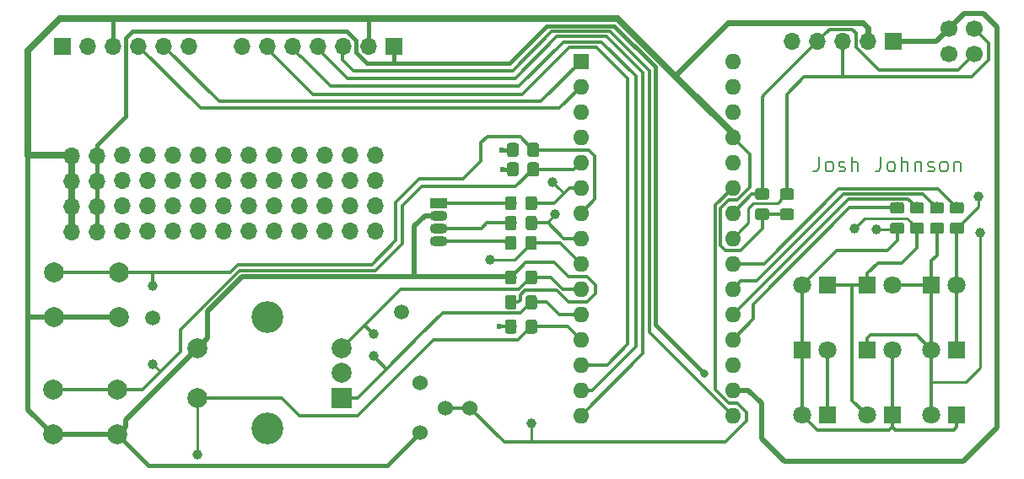
<source format=gtl>
G04 #@! TF.GenerationSoftware,KiCad,Pcbnew,(5.1.0)-1*
G04 #@! TF.CreationDate,2019-04-19T09:53:14+10:00*
G04 #@! TF.ProjectId,arduinoNanoDev,61726475-696e-46f4-9e61-6e6f4465762e,rev?*
G04 #@! TF.SameCoordinates,Original*
G04 #@! TF.FileFunction,Copper,L1,Top*
G04 #@! TF.FilePolarity,Positive*
%FSLAX46Y46*%
G04 Gerber Fmt 4.6, Leading zero omitted, Abs format (unit mm)*
G04 Created by KiCad (PCBNEW (5.1.0)-1) date 2019-04-19 09:53:14*
%MOMM*%
%LPD*%
G04 APERTURE LIST*
%ADD10C,0.200000*%
%ADD11R,1.600000X1.600000*%
%ADD12O,1.600000X1.600000*%
%ADD13O,1.700000X1.700000*%
%ADD14R,1.700000X1.700000*%
%ADD15C,1.000000*%
%ADD16C,1.500000*%
%ADD17C,0.100000*%
%ADD18C,1.150000*%
%ADD19C,1.524000*%
%ADD20C,2.000000*%
%ADD21C,3.200000*%
%ADD22R,2.000000X2.000000*%
%ADD23C,1.700000*%
%ADD24O,1.800000X1.070000*%
%ADD25R,1.800000X1.070000*%
%ADD26R,1.800000X1.800000*%
%ADD27C,1.800000*%
%ADD28C,0.600000*%
%ADD29C,0.800000*%
%ADD30C,0.300000*%
%ADD31C,0.400000*%
%ADD32C,0.250000*%
%ADD33C,0.500000*%
%ADD34C,0.700000*%
%ADD35C,0.600000*%
G04 APERTURE END LIST*
D10*
X243907142Y-70578571D02*
X243907142Y-71650000D01*
X243835714Y-71864285D01*
X243692857Y-72007142D01*
X243478571Y-72078571D01*
X243335714Y-72078571D01*
X244835714Y-72078571D02*
X244692857Y-72007142D01*
X244621428Y-71935714D01*
X244550000Y-71792857D01*
X244550000Y-71364285D01*
X244621428Y-71221428D01*
X244692857Y-71150000D01*
X244835714Y-71078571D01*
X245050000Y-71078571D01*
X245192857Y-71150000D01*
X245264285Y-71221428D01*
X245335714Y-71364285D01*
X245335714Y-71792857D01*
X245264285Y-71935714D01*
X245192857Y-72007142D01*
X245050000Y-72078571D01*
X244835714Y-72078571D01*
X245907142Y-72007142D02*
X246050000Y-72078571D01*
X246335714Y-72078571D01*
X246478571Y-72007142D01*
X246550000Y-71864285D01*
X246550000Y-71792857D01*
X246478571Y-71650000D01*
X246335714Y-71578571D01*
X246121428Y-71578571D01*
X245978571Y-71507142D01*
X245907142Y-71364285D01*
X245907142Y-71292857D01*
X245978571Y-71150000D01*
X246121428Y-71078571D01*
X246335714Y-71078571D01*
X246478571Y-71150000D01*
X247192857Y-72078571D02*
X247192857Y-70578571D01*
X247835714Y-72078571D02*
X247835714Y-71292857D01*
X247764285Y-71150000D01*
X247621428Y-71078571D01*
X247407142Y-71078571D01*
X247264285Y-71150000D01*
X247192857Y-71221428D01*
X250121428Y-70578571D02*
X250121428Y-71650000D01*
X250050000Y-71864285D01*
X249907142Y-72007142D01*
X249692857Y-72078571D01*
X249550000Y-72078571D01*
X251050000Y-72078571D02*
X250907142Y-72007142D01*
X250835714Y-71935714D01*
X250764285Y-71792857D01*
X250764285Y-71364285D01*
X250835714Y-71221428D01*
X250907142Y-71150000D01*
X251050000Y-71078571D01*
X251264285Y-71078571D01*
X251407142Y-71150000D01*
X251478571Y-71221428D01*
X251550000Y-71364285D01*
X251550000Y-71792857D01*
X251478571Y-71935714D01*
X251407142Y-72007142D01*
X251264285Y-72078571D01*
X251050000Y-72078571D01*
X252192857Y-72078571D02*
X252192857Y-70578571D01*
X252835714Y-72078571D02*
X252835714Y-71292857D01*
X252764285Y-71150000D01*
X252621428Y-71078571D01*
X252407142Y-71078571D01*
X252264285Y-71150000D01*
X252192857Y-71221428D01*
X253550000Y-71078571D02*
X253550000Y-72078571D01*
X253550000Y-71221428D02*
X253621428Y-71150000D01*
X253764285Y-71078571D01*
X253978571Y-71078571D01*
X254121428Y-71150000D01*
X254192857Y-71292857D01*
X254192857Y-72078571D01*
X254835714Y-72007142D02*
X254978571Y-72078571D01*
X255264285Y-72078571D01*
X255407142Y-72007142D01*
X255478571Y-71864285D01*
X255478571Y-71792857D01*
X255407142Y-71650000D01*
X255264285Y-71578571D01*
X255050000Y-71578571D01*
X254907142Y-71507142D01*
X254835714Y-71364285D01*
X254835714Y-71292857D01*
X254907142Y-71150000D01*
X255050000Y-71078571D01*
X255264285Y-71078571D01*
X255407142Y-71150000D01*
X256335714Y-72078571D02*
X256192857Y-72007142D01*
X256121428Y-71935714D01*
X256050000Y-71792857D01*
X256050000Y-71364285D01*
X256121428Y-71221428D01*
X256192857Y-71150000D01*
X256335714Y-71078571D01*
X256550000Y-71078571D01*
X256692857Y-71150000D01*
X256764285Y-71221428D01*
X256835714Y-71364285D01*
X256835714Y-71792857D01*
X256764285Y-71935714D01*
X256692857Y-72007142D01*
X256550000Y-72078571D01*
X256335714Y-72078571D01*
X257478571Y-71078571D02*
X257478571Y-72078571D01*
X257478571Y-71221428D02*
X257550000Y-71150000D01*
X257692857Y-71078571D01*
X257907142Y-71078571D01*
X258050000Y-71150000D01*
X258121428Y-71292857D01*
X258121428Y-72078571D01*
D11*
X220000000Y-61000000D03*
D12*
X235240000Y-94020000D03*
X220000000Y-63540000D03*
X235240000Y-91480000D03*
X220000000Y-66080000D03*
X235240000Y-88940000D03*
X220000000Y-68620000D03*
X235240000Y-86400000D03*
X220000000Y-71160000D03*
X235240000Y-83860000D03*
X220000000Y-73700000D03*
X235240000Y-81320000D03*
X220000000Y-76240000D03*
X235240000Y-78780000D03*
X220000000Y-78780000D03*
X235240000Y-76240000D03*
X220000000Y-81320000D03*
X235240000Y-73700000D03*
X220000000Y-83860000D03*
X235240000Y-71160000D03*
X220000000Y-86400000D03*
X235240000Y-68620000D03*
X220000000Y-88940000D03*
X235240000Y-66080000D03*
X220000000Y-91480000D03*
X235240000Y-63540000D03*
X220000000Y-94020000D03*
X235240000Y-61000000D03*
X220000000Y-96560000D03*
X235240000Y-96560000D03*
D13*
X241240000Y-59000000D03*
X243780000Y-59000000D03*
X246320000Y-59000000D03*
X248860000Y-59000000D03*
D14*
X251400000Y-59000000D03*
D15*
X181500000Y-100500000D03*
D13*
X185960000Y-59500000D03*
X188500000Y-59500000D03*
X191040000Y-59500000D03*
X193580000Y-59500000D03*
X196120000Y-59500000D03*
X198660000Y-59500000D03*
D14*
X201200000Y-59500000D03*
D13*
X171450000Y-70485000D03*
X171450000Y-78105000D03*
X171450000Y-75565000D03*
X171450000Y-73025000D03*
X168910000Y-70485000D03*
X168910000Y-78105000D03*
X168910000Y-75565000D03*
X168910000Y-73025000D03*
X199390000Y-70450000D03*
X199390000Y-78070000D03*
X199390000Y-75530000D03*
X199390000Y-72990000D03*
X173990000Y-70450000D03*
X196850000Y-70450000D03*
X194310000Y-70450000D03*
X191770000Y-70450000D03*
X189230000Y-70450000D03*
X186690000Y-70450000D03*
X184150000Y-70450000D03*
X181610000Y-70450000D03*
X179070000Y-70450000D03*
X176530000Y-70450000D03*
X173990000Y-78070000D03*
X196850000Y-78070000D03*
X194310000Y-78070000D03*
X191770000Y-78070000D03*
X189230000Y-78070000D03*
X186690000Y-78070000D03*
X184150000Y-78070000D03*
X181610000Y-78070000D03*
X179070000Y-78070000D03*
X176530000Y-78070000D03*
X173990000Y-75530000D03*
X196850000Y-75530000D03*
X194310000Y-75530000D03*
X191770000Y-75530000D03*
X189230000Y-75530000D03*
X186690000Y-75530000D03*
X184150000Y-75530000D03*
X181610000Y-75530000D03*
X179070000Y-75530000D03*
X176530000Y-75530000D03*
X173990000Y-72990000D03*
X196850000Y-72990000D03*
X194310000Y-72990000D03*
X191770000Y-72990000D03*
X189230000Y-72990000D03*
X186690000Y-72990000D03*
X184150000Y-72990000D03*
X181610000Y-72990000D03*
X179070000Y-72990000D03*
X176530000Y-72990000D03*
D16*
X177000000Y-86800000D03*
X202000000Y-86200000D03*
D15*
X215000000Y-97350000D03*
X217400000Y-76400000D03*
X210900000Y-80900000D03*
X217200000Y-73150000D03*
X247450000Y-77800000D03*
X249700000Y-77850000D03*
X260050000Y-78200000D03*
X259950000Y-74550000D03*
X177000000Y-83600000D03*
X199200000Y-90600000D03*
X177000000Y-91400000D03*
X199200000Y-88400000D03*
D17*
G36*
X215374505Y-82001204D02*
G01*
X215398773Y-82004804D01*
X215422572Y-82010765D01*
X215445671Y-82019030D01*
X215467850Y-82029520D01*
X215488893Y-82042132D01*
X215508599Y-82056747D01*
X215526777Y-82073223D01*
X215543253Y-82091401D01*
X215557868Y-82111107D01*
X215570480Y-82132150D01*
X215580970Y-82154329D01*
X215589235Y-82177428D01*
X215595196Y-82201227D01*
X215598796Y-82225495D01*
X215600000Y-82249999D01*
X215600000Y-83150001D01*
X215598796Y-83174505D01*
X215595196Y-83198773D01*
X215589235Y-83222572D01*
X215580970Y-83245671D01*
X215570480Y-83267850D01*
X215557868Y-83288893D01*
X215543253Y-83308599D01*
X215526777Y-83326777D01*
X215508599Y-83343253D01*
X215488893Y-83357868D01*
X215467850Y-83370480D01*
X215445671Y-83380970D01*
X215422572Y-83389235D01*
X215398773Y-83395196D01*
X215374505Y-83398796D01*
X215350001Y-83400000D01*
X214699999Y-83400000D01*
X214675495Y-83398796D01*
X214651227Y-83395196D01*
X214627428Y-83389235D01*
X214604329Y-83380970D01*
X214582150Y-83370480D01*
X214561107Y-83357868D01*
X214541401Y-83343253D01*
X214523223Y-83326777D01*
X214506747Y-83308599D01*
X214492132Y-83288893D01*
X214479520Y-83267850D01*
X214469030Y-83245671D01*
X214460765Y-83222572D01*
X214454804Y-83198773D01*
X214451204Y-83174505D01*
X214450000Y-83150001D01*
X214450000Y-82249999D01*
X214451204Y-82225495D01*
X214454804Y-82201227D01*
X214460765Y-82177428D01*
X214469030Y-82154329D01*
X214479520Y-82132150D01*
X214492132Y-82111107D01*
X214506747Y-82091401D01*
X214523223Y-82073223D01*
X214541401Y-82056747D01*
X214561107Y-82042132D01*
X214582150Y-82029520D01*
X214604329Y-82019030D01*
X214627428Y-82010765D01*
X214651227Y-82004804D01*
X214675495Y-82001204D01*
X214699999Y-82000000D01*
X215350001Y-82000000D01*
X215374505Y-82001204D01*
X215374505Y-82001204D01*
G37*
D18*
X215025000Y-82700000D03*
D17*
G36*
X213324505Y-82001204D02*
G01*
X213348773Y-82004804D01*
X213372572Y-82010765D01*
X213395671Y-82019030D01*
X213417850Y-82029520D01*
X213438893Y-82042132D01*
X213458599Y-82056747D01*
X213476777Y-82073223D01*
X213493253Y-82091401D01*
X213507868Y-82111107D01*
X213520480Y-82132150D01*
X213530970Y-82154329D01*
X213539235Y-82177428D01*
X213545196Y-82201227D01*
X213548796Y-82225495D01*
X213550000Y-82249999D01*
X213550000Y-83150001D01*
X213548796Y-83174505D01*
X213545196Y-83198773D01*
X213539235Y-83222572D01*
X213530970Y-83245671D01*
X213520480Y-83267850D01*
X213507868Y-83288893D01*
X213493253Y-83308599D01*
X213476777Y-83326777D01*
X213458599Y-83343253D01*
X213438893Y-83357868D01*
X213417850Y-83370480D01*
X213395671Y-83380970D01*
X213372572Y-83389235D01*
X213348773Y-83395196D01*
X213324505Y-83398796D01*
X213300001Y-83400000D01*
X212649999Y-83400000D01*
X212625495Y-83398796D01*
X212601227Y-83395196D01*
X212577428Y-83389235D01*
X212554329Y-83380970D01*
X212532150Y-83370480D01*
X212511107Y-83357868D01*
X212491401Y-83343253D01*
X212473223Y-83326777D01*
X212456747Y-83308599D01*
X212442132Y-83288893D01*
X212429520Y-83267850D01*
X212419030Y-83245671D01*
X212410765Y-83222572D01*
X212404804Y-83198773D01*
X212401204Y-83174505D01*
X212400000Y-83150001D01*
X212400000Y-82249999D01*
X212401204Y-82225495D01*
X212404804Y-82201227D01*
X212410765Y-82177428D01*
X212419030Y-82154329D01*
X212429520Y-82132150D01*
X212442132Y-82111107D01*
X212456747Y-82091401D01*
X212473223Y-82073223D01*
X212491401Y-82056747D01*
X212511107Y-82042132D01*
X212532150Y-82029520D01*
X212554329Y-82019030D01*
X212577428Y-82010765D01*
X212601227Y-82004804D01*
X212625495Y-82001204D01*
X212649999Y-82000000D01*
X213300001Y-82000000D01*
X213324505Y-82001204D01*
X213324505Y-82001204D01*
G37*
D18*
X212975000Y-82700000D03*
D17*
G36*
X215374505Y-84501204D02*
G01*
X215398773Y-84504804D01*
X215422572Y-84510765D01*
X215445671Y-84519030D01*
X215467850Y-84529520D01*
X215488893Y-84542132D01*
X215508599Y-84556747D01*
X215526777Y-84573223D01*
X215543253Y-84591401D01*
X215557868Y-84611107D01*
X215570480Y-84632150D01*
X215580970Y-84654329D01*
X215589235Y-84677428D01*
X215595196Y-84701227D01*
X215598796Y-84725495D01*
X215600000Y-84749999D01*
X215600000Y-85650001D01*
X215598796Y-85674505D01*
X215595196Y-85698773D01*
X215589235Y-85722572D01*
X215580970Y-85745671D01*
X215570480Y-85767850D01*
X215557868Y-85788893D01*
X215543253Y-85808599D01*
X215526777Y-85826777D01*
X215508599Y-85843253D01*
X215488893Y-85857868D01*
X215467850Y-85870480D01*
X215445671Y-85880970D01*
X215422572Y-85889235D01*
X215398773Y-85895196D01*
X215374505Y-85898796D01*
X215350001Y-85900000D01*
X214699999Y-85900000D01*
X214675495Y-85898796D01*
X214651227Y-85895196D01*
X214627428Y-85889235D01*
X214604329Y-85880970D01*
X214582150Y-85870480D01*
X214561107Y-85857868D01*
X214541401Y-85843253D01*
X214523223Y-85826777D01*
X214506747Y-85808599D01*
X214492132Y-85788893D01*
X214479520Y-85767850D01*
X214469030Y-85745671D01*
X214460765Y-85722572D01*
X214454804Y-85698773D01*
X214451204Y-85674505D01*
X214450000Y-85650001D01*
X214450000Y-84749999D01*
X214451204Y-84725495D01*
X214454804Y-84701227D01*
X214460765Y-84677428D01*
X214469030Y-84654329D01*
X214479520Y-84632150D01*
X214492132Y-84611107D01*
X214506747Y-84591401D01*
X214523223Y-84573223D01*
X214541401Y-84556747D01*
X214561107Y-84542132D01*
X214582150Y-84529520D01*
X214604329Y-84519030D01*
X214627428Y-84510765D01*
X214651227Y-84504804D01*
X214675495Y-84501204D01*
X214699999Y-84500000D01*
X215350001Y-84500000D01*
X215374505Y-84501204D01*
X215374505Y-84501204D01*
G37*
D18*
X215025000Y-85200000D03*
D17*
G36*
X213324505Y-84501204D02*
G01*
X213348773Y-84504804D01*
X213372572Y-84510765D01*
X213395671Y-84519030D01*
X213417850Y-84529520D01*
X213438893Y-84542132D01*
X213458599Y-84556747D01*
X213476777Y-84573223D01*
X213493253Y-84591401D01*
X213507868Y-84611107D01*
X213520480Y-84632150D01*
X213530970Y-84654329D01*
X213539235Y-84677428D01*
X213545196Y-84701227D01*
X213548796Y-84725495D01*
X213550000Y-84749999D01*
X213550000Y-85650001D01*
X213548796Y-85674505D01*
X213545196Y-85698773D01*
X213539235Y-85722572D01*
X213530970Y-85745671D01*
X213520480Y-85767850D01*
X213507868Y-85788893D01*
X213493253Y-85808599D01*
X213476777Y-85826777D01*
X213458599Y-85843253D01*
X213438893Y-85857868D01*
X213417850Y-85870480D01*
X213395671Y-85880970D01*
X213372572Y-85889235D01*
X213348773Y-85895196D01*
X213324505Y-85898796D01*
X213300001Y-85900000D01*
X212649999Y-85900000D01*
X212625495Y-85898796D01*
X212601227Y-85895196D01*
X212577428Y-85889235D01*
X212554329Y-85880970D01*
X212532150Y-85870480D01*
X212511107Y-85857868D01*
X212491401Y-85843253D01*
X212473223Y-85826777D01*
X212456747Y-85808599D01*
X212442132Y-85788893D01*
X212429520Y-85767850D01*
X212419030Y-85745671D01*
X212410765Y-85722572D01*
X212404804Y-85698773D01*
X212401204Y-85674505D01*
X212400000Y-85650001D01*
X212400000Y-84749999D01*
X212401204Y-84725495D01*
X212404804Y-84701227D01*
X212410765Y-84677428D01*
X212419030Y-84654329D01*
X212429520Y-84632150D01*
X212442132Y-84611107D01*
X212456747Y-84591401D01*
X212473223Y-84573223D01*
X212491401Y-84556747D01*
X212511107Y-84542132D01*
X212532150Y-84529520D01*
X212554329Y-84519030D01*
X212577428Y-84510765D01*
X212601227Y-84504804D01*
X212625495Y-84501204D01*
X212649999Y-84500000D01*
X213300001Y-84500000D01*
X213324505Y-84501204D01*
X213324505Y-84501204D01*
G37*
D18*
X212975000Y-85200000D03*
D17*
G36*
X238674505Y-73751204D02*
G01*
X238698773Y-73754804D01*
X238722572Y-73760765D01*
X238745671Y-73769030D01*
X238767850Y-73779520D01*
X238788893Y-73792132D01*
X238808599Y-73806747D01*
X238826777Y-73823223D01*
X238843253Y-73841401D01*
X238857868Y-73861107D01*
X238870480Y-73882150D01*
X238880970Y-73904329D01*
X238889235Y-73927428D01*
X238895196Y-73951227D01*
X238898796Y-73975495D01*
X238900000Y-73999999D01*
X238900000Y-74650001D01*
X238898796Y-74674505D01*
X238895196Y-74698773D01*
X238889235Y-74722572D01*
X238880970Y-74745671D01*
X238870480Y-74767850D01*
X238857868Y-74788893D01*
X238843253Y-74808599D01*
X238826777Y-74826777D01*
X238808599Y-74843253D01*
X238788893Y-74857868D01*
X238767850Y-74870480D01*
X238745671Y-74880970D01*
X238722572Y-74889235D01*
X238698773Y-74895196D01*
X238674505Y-74898796D01*
X238650001Y-74900000D01*
X237749999Y-74900000D01*
X237725495Y-74898796D01*
X237701227Y-74895196D01*
X237677428Y-74889235D01*
X237654329Y-74880970D01*
X237632150Y-74870480D01*
X237611107Y-74857868D01*
X237591401Y-74843253D01*
X237573223Y-74826777D01*
X237556747Y-74808599D01*
X237542132Y-74788893D01*
X237529520Y-74767850D01*
X237519030Y-74745671D01*
X237510765Y-74722572D01*
X237504804Y-74698773D01*
X237501204Y-74674505D01*
X237500000Y-74650001D01*
X237500000Y-73999999D01*
X237501204Y-73975495D01*
X237504804Y-73951227D01*
X237510765Y-73927428D01*
X237519030Y-73904329D01*
X237529520Y-73882150D01*
X237542132Y-73861107D01*
X237556747Y-73841401D01*
X237573223Y-73823223D01*
X237591401Y-73806747D01*
X237611107Y-73792132D01*
X237632150Y-73779520D01*
X237654329Y-73769030D01*
X237677428Y-73760765D01*
X237701227Y-73754804D01*
X237725495Y-73751204D01*
X237749999Y-73750000D01*
X238650001Y-73750000D01*
X238674505Y-73751204D01*
X238674505Y-73751204D01*
G37*
D18*
X238200000Y-74325000D03*
D17*
G36*
X238674505Y-75801204D02*
G01*
X238698773Y-75804804D01*
X238722572Y-75810765D01*
X238745671Y-75819030D01*
X238767850Y-75829520D01*
X238788893Y-75842132D01*
X238808599Y-75856747D01*
X238826777Y-75873223D01*
X238843253Y-75891401D01*
X238857868Y-75911107D01*
X238870480Y-75932150D01*
X238880970Y-75954329D01*
X238889235Y-75977428D01*
X238895196Y-76001227D01*
X238898796Y-76025495D01*
X238900000Y-76049999D01*
X238900000Y-76700001D01*
X238898796Y-76724505D01*
X238895196Y-76748773D01*
X238889235Y-76772572D01*
X238880970Y-76795671D01*
X238870480Y-76817850D01*
X238857868Y-76838893D01*
X238843253Y-76858599D01*
X238826777Y-76876777D01*
X238808599Y-76893253D01*
X238788893Y-76907868D01*
X238767850Y-76920480D01*
X238745671Y-76930970D01*
X238722572Y-76939235D01*
X238698773Y-76945196D01*
X238674505Y-76948796D01*
X238650001Y-76950000D01*
X237749999Y-76950000D01*
X237725495Y-76948796D01*
X237701227Y-76945196D01*
X237677428Y-76939235D01*
X237654329Y-76930970D01*
X237632150Y-76920480D01*
X237611107Y-76907868D01*
X237591401Y-76893253D01*
X237573223Y-76876777D01*
X237556747Y-76858599D01*
X237542132Y-76838893D01*
X237529520Y-76817850D01*
X237519030Y-76795671D01*
X237510765Y-76772572D01*
X237504804Y-76748773D01*
X237501204Y-76724505D01*
X237500000Y-76700001D01*
X237500000Y-76049999D01*
X237501204Y-76025495D01*
X237504804Y-76001227D01*
X237510765Y-75977428D01*
X237519030Y-75954329D01*
X237529520Y-75932150D01*
X237542132Y-75911107D01*
X237556747Y-75891401D01*
X237573223Y-75873223D01*
X237591401Y-75856747D01*
X237611107Y-75842132D01*
X237632150Y-75829520D01*
X237654329Y-75819030D01*
X237677428Y-75810765D01*
X237701227Y-75804804D01*
X237725495Y-75801204D01*
X237749999Y-75800000D01*
X238650001Y-75800000D01*
X238674505Y-75801204D01*
X238674505Y-75801204D01*
G37*
D18*
X238200000Y-76375000D03*
D17*
G36*
X241174505Y-73751204D02*
G01*
X241198773Y-73754804D01*
X241222572Y-73760765D01*
X241245671Y-73769030D01*
X241267850Y-73779520D01*
X241288893Y-73792132D01*
X241308599Y-73806747D01*
X241326777Y-73823223D01*
X241343253Y-73841401D01*
X241357868Y-73861107D01*
X241370480Y-73882150D01*
X241380970Y-73904329D01*
X241389235Y-73927428D01*
X241395196Y-73951227D01*
X241398796Y-73975495D01*
X241400000Y-73999999D01*
X241400000Y-74650001D01*
X241398796Y-74674505D01*
X241395196Y-74698773D01*
X241389235Y-74722572D01*
X241380970Y-74745671D01*
X241370480Y-74767850D01*
X241357868Y-74788893D01*
X241343253Y-74808599D01*
X241326777Y-74826777D01*
X241308599Y-74843253D01*
X241288893Y-74857868D01*
X241267850Y-74870480D01*
X241245671Y-74880970D01*
X241222572Y-74889235D01*
X241198773Y-74895196D01*
X241174505Y-74898796D01*
X241150001Y-74900000D01*
X240249999Y-74900000D01*
X240225495Y-74898796D01*
X240201227Y-74895196D01*
X240177428Y-74889235D01*
X240154329Y-74880970D01*
X240132150Y-74870480D01*
X240111107Y-74857868D01*
X240091401Y-74843253D01*
X240073223Y-74826777D01*
X240056747Y-74808599D01*
X240042132Y-74788893D01*
X240029520Y-74767850D01*
X240019030Y-74745671D01*
X240010765Y-74722572D01*
X240004804Y-74698773D01*
X240001204Y-74674505D01*
X240000000Y-74650001D01*
X240000000Y-73999999D01*
X240001204Y-73975495D01*
X240004804Y-73951227D01*
X240010765Y-73927428D01*
X240019030Y-73904329D01*
X240029520Y-73882150D01*
X240042132Y-73861107D01*
X240056747Y-73841401D01*
X240073223Y-73823223D01*
X240091401Y-73806747D01*
X240111107Y-73792132D01*
X240132150Y-73779520D01*
X240154329Y-73769030D01*
X240177428Y-73760765D01*
X240201227Y-73754804D01*
X240225495Y-73751204D01*
X240249999Y-73750000D01*
X241150001Y-73750000D01*
X241174505Y-73751204D01*
X241174505Y-73751204D01*
G37*
D18*
X240700000Y-74325000D03*
D17*
G36*
X241174505Y-75801204D02*
G01*
X241198773Y-75804804D01*
X241222572Y-75810765D01*
X241245671Y-75819030D01*
X241267850Y-75829520D01*
X241288893Y-75842132D01*
X241308599Y-75856747D01*
X241326777Y-75873223D01*
X241343253Y-75891401D01*
X241357868Y-75911107D01*
X241370480Y-75932150D01*
X241380970Y-75954329D01*
X241389235Y-75977428D01*
X241395196Y-76001227D01*
X241398796Y-76025495D01*
X241400000Y-76049999D01*
X241400000Y-76700001D01*
X241398796Y-76724505D01*
X241395196Y-76748773D01*
X241389235Y-76772572D01*
X241380970Y-76795671D01*
X241370480Y-76817850D01*
X241357868Y-76838893D01*
X241343253Y-76858599D01*
X241326777Y-76876777D01*
X241308599Y-76893253D01*
X241288893Y-76907868D01*
X241267850Y-76920480D01*
X241245671Y-76930970D01*
X241222572Y-76939235D01*
X241198773Y-76945196D01*
X241174505Y-76948796D01*
X241150001Y-76950000D01*
X240249999Y-76950000D01*
X240225495Y-76948796D01*
X240201227Y-76945196D01*
X240177428Y-76939235D01*
X240154329Y-76930970D01*
X240132150Y-76920480D01*
X240111107Y-76907868D01*
X240091401Y-76893253D01*
X240073223Y-76876777D01*
X240056747Y-76858599D01*
X240042132Y-76838893D01*
X240029520Y-76817850D01*
X240019030Y-76795671D01*
X240010765Y-76772572D01*
X240004804Y-76748773D01*
X240001204Y-76724505D01*
X240000000Y-76700001D01*
X240000000Y-76049999D01*
X240001204Y-76025495D01*
X240004804Y-76001227D01*
X240010765Y-75977428D01*
X240019030Y-75954329D01*
X240029520Y-75932150D01*
X240042132Y-75911107D01*
X240056747Y-75891401D01*
X240073223Y-75873223D01*
X240091401Y-75856747D01*
X240111107Y-75842132D01*
X240132150Y-75829520D01*
X240154329Y-75819030D01*
X240177428Y-75810765D01*
X240201227Y-75804804D01*
X240225495Y-75801204D01*
X240249999Y-75800000D01*
X241150001Y-75800000D01*
X241174505Y-75801204D01*
X241174505Y-75801204D01*
G37*
D18*
X240700000Y-76375000D03*
D19*
X203900000Y-93300000D03*
X203900000Y-98300000D03*
X206400000Y-95800000D03*
X208900000Y-95800000D03*
D20*
X181500000Y-89800000D03*
X181500000Y-94800000D03*
D21*
X188500000Y-86700000D03*
X188500000Y-97900000D03*
D20*
X196000000Y-89800000D03*
X196000000Y-92300000D03*
D22*
X196000000Y-94800000D03*
D23*
X259520000Y-57730000D03*
X256980000Y-57730000D03*
X259520000Y-60270000D03*
X256980000Y-60270000D03*
D24*
X205750000Y-79060000D03*
X205750000Y-77790000D03*
X205750000Y-76520000D03*
D25*
X205750000Y-75250000D03*
D26*
X255210000Y-83500000D03*
D27*
X257750000Y-83500000D03*
D26*
X244750000Y-83500000D03*
D27*
X242210000Y-83500000D03*
X255210000Y-90000000D03*
D26*
X257750000Y-90000000D03*
D27*
X248710000Y-96500000D03*
D26*
X251250000Y-96500000D03*
X257750000Y-96500000D03*
D27*
X255210000Y-96500000D03*
X251290000Y-90000000D03*
D26*
X248750000Y-90000000D03*
X242250000Y-90000000D03*
D27*
X244790000Y-90000000D03*
D26*
X244750000Y-96500000D03*
D27*
X242210000Y-96500000D03*
X251290000Y-83500000D03*
D26*
X248750000Y-83500000D03*
D13*
X180700000Y-59500000D03*
X178160000Y-59500000D03*
X175620000Y-59500000D03*
X173080000Y-59500000D03*
X170540000Y-59500000D03*
D14*
X168000000Y-59500000D03*
D17*
G36*
X213524505Y-71151204D02*
G01*
X213548773Y-71154804D01*
X213572572Y-71160765D01*
X213595671Y-71169030D01*
X213617850Y-71179520D01*
X213638893Y-71192132D01*
X213658599Y-71206747D01*
X213676777Y-71223223D01*
X213693253Y-71241401D01*
X213707868Y-71261107D01*
X213720480Y-71282150D01*
X213730970Y-71304329D01*
X213739235Y-71327428D01*
X213745196Y-71351227D01*
X213748796Y-71375495D01*
X213750000Y-71399999D01*
X213750000Y-72300001D01*
X213748796Y-72324505D01*
X213745196Y-72348773D01*
X213739235Y-72372572D01*
X213730970Y-72395671D01*
X213720480Y-72417850D01*
X213707868Y-72438893D01*
X213693253Y-72458599D01*
X213676777Y-72476777D01*
X213658599Y-72493253D01*
X213638893Y-72507868D01*
X213617850Y-72520480D01*
X213595671Y-72530970D01*
X213572572Y-72539235D01*
X213548773Y-72545196D01*
X213524505Y-72548796D01*
X213500001Y-72550000D01*
X212849999Y-72550000D01*
X212825495Y-72548796D01*
X212801227Y-72545196D01*
X212777428Y-72539235D01*
X212754329Y-72530970D01*
X212732150Y-72520480D01*
X212711107Y-72507868D01*
X212691401Y-72493253D01*
X212673223Y-72476777D01*
X212656747Y-72458599D01*
X212642132Y-72438893D01*
X212629520Y-72417850D01*
X212619030Y-72395671D01*
X212610765Y-72372572D01*
X212604804Y-72348773D01*
X212601204Y-72324505D01*
X212600000Y-72300001D01*
X212600000Y-71399999D01*
X212601204Y-71375495D01*
X212604804Y-71351227D01*
X212610765Y-71327428D01*
X212619030Y-71304329D01*
X212629520Y-71282150D01*
X212642132Y-71261107D01*
X212656747Y-71241401D01*
X212673223Y-71223223D01*
X212691401Y-71206747D01*
X212711107Y-71192132D01*
X212732150Y-71179520D01*
X212754329Y-71169030D01*
X212777428Y-71160765D01*
X212801227Y-71154804D01*
X212825495Y-71151204D01*
X212849999Y-71150000D01*
X213500001Y-71150000D01*
X213524505Y-71151204D01*
X213524505Y-71151204D01*
G37*
D18*
X213175000Y-71850000D03*
D17*
G36*
X215574505Y-71151204D02*
G01*
X215598773Y-71154804D01*
X215622572Y-71160765D01*
X215645671Y-71169030D01*
X215667850Y-71179520D01*
X215688893Y-71192132D01*
X215708599Y-71206747D01*
X215726777Y-71223223D01*
X215743253Y-71241401D01*
X215757868Y-71261107D01*
X215770480Y-71282150D01*
X215780970Y-71304329D01*
X215789235Y-71327428D01*
X215795196Y-71351227D01*
X215798796Y-71375495D01*
X215800000Y-71399999D01*
X215800000Y-72300001D01*
X215798796Y-72324505D01*
X215795196Y-72348773D01*
X215789235Y-72372572D01*
X215780970Y-72395671D01*
X215770480Y-72417850D01*
X215757868Y-72438893D01*
X215743253Y-72458599D01*
X215726777Y-72476777D01*
X215708599Y-72493253D01*
X215688893Y-72507868D01*
X215667850Y-72520480D01*
X215645671Y-72530970D01*
X215622572Y-72539235D01*
X215598773Y-72545196D01*
X215574505Y-72548796D01*
X215550001Y-72550000D01*
X214899999Y-72550000D01*
X214875495Y-72548796D01*
X214851227Y-72545196D01*
X214827428Y-72539235D01*
X214804329Y-72530970D01*
X214782150Y-72520480D01*
X214761107Y-72507868D01*
X214741401Y-72493253D01*
X214723223Y-72476777D01*
X214706747Y-72458599D01*
X214692132Y-72438893D01*
X214679520Y-72417850D01*
X214669030Y-72395671D01*
X214660765Y-72372572D01*
X214654804Y-72348773D01*
X214651204Y-72324505D01*
X214650000Y-72300001D01*
X214650000Y-71399999D01*
X214651204Y-71375495D01*
X214654804Y-71351227D01*
X214660765Y-71327428D01*
X214669030Y-71304329D01*
X214679520Y-71282150D01*
X214692132Y-71261107D01*
X214706747Y-71241401D01*
X214723223Y-71223223D01*
X214741401Y-71206747D01*
X214761107Y-71192132D01*
X214782150Y-71179520D01*
X214804329Y-71169030D01*
X214827428Y-71160765D01*
X214851227Y-71154804D01*
X214875495Y-71151204D01*
X214899999Y-71150000D01*
X215550001Y-71150000D01*
X215574505Y-71151204D01*
X215574505Y-71151204D01*
G37*
D18*
X215225000Y-71850000D03*
D17*
G36*
X215374505Y-86951204D02*
G01*
X215398773Y-86954804D01*
X215422572Y-86960765D01*
X215445671Y-86969030D01*
X215467850Y-86979520D01*
X215488893Y-86992132D01*
X215508599Y-87006747D01*
X215526777Y-87023223D01*
X215543253Y-87041401D01*
X215557868Y-87061107D01*
X215570480Y-87082150D01*
X215580970Y-87104329D01*
X215589235Y-87127428D01*
X215595196Y-87151227D01*
X215598796Y-87175495D01*
X215600000Y-87199999D01*
X215600000Y-88100001D01*
X215598796Y-88124505D01*
X215595196Y-88148773D01*
X215589235Y-88172572D01*
X215580970Y-88195671D01*
X215570480Y-88217850D01*
X215557868Y-88238893D01*
X215543253Y-88258599D01*
X215526777Y-88276777D01*
X215508599Y-88293253D01*
X215488893Y-88307868D01*
X215467850Y-88320480D01*
X215445671Y-88330970D01*
X215422572Y-88339235D01*
X215398773Y-88345196D01*
X215374505Y-88348796D01*
X215350001Y-88350000D01*
X214699999Y-88350000D01*
X214675495Y-88348796D01*
X214651227Y-88345196D01*
X214627428Y-88339235D01*
X214604329Y-88330970D01*
X214582150Y-88320480D01*
X214561107Y-88307868D01*
X214541401Y-88293253D01*
X214523223Y-88276777D01*
X214506747Y-88258599D01*
X214492132Y-88238893D01*
X214479520Y-88217850D01*
X214469030Y-88195671D01*
X214460765Y-88172572D01*
X214454804Y-88148773D01*
X214451204Y-88124505D01*
X214450000Y-88100001D01*
X214450000Y-87199999D01*
X214451204Y-87175495D01*
X214454804Y-87151227D01*
X214460765Y-87127428D01*
X214469030Y-87104329D01*
X214479520Y-87082150D01*
X214492132Y-87061107D01*
X214506747Y-87041401D01*
X214523223Y-87023223D01*
X214541401Y-87006747D01*
X214561107Y-86992132D01*
X214582150Y-86979520D01*
X214604329Y-86969030D01*
X214627428Y-86960765D01*
X214651227Y-86954804D01*
X214675495Y-86951204D01*
X214699999Y-86950000D01*
X215350001Y-86950000D01*
X215374505Y-86951204D01*
X215374505Y-86951204D01*
G37*
D18*
X215025000Y-87650000D03*
D17*
G36*
X213324505Y-86951204D02*
G01*
X213348773Y-86954804D01*
X213372572Y-86960765D01*
X213395671Y-86969030D01*
X213417850Y-86979520D01*
X213438893Y-86992132D01*
X213458599Y-87006747D01*
X213476777Y-87023223D01*
X213493253Y-87041401D01*
X213507868Y-87061107D01*
X213520480Y-87082150D01*
X213530970Y-87104329D01*
X213539235Y-87127428D01*
X213545196Y-87151227D01*
X213548796Y-87175495D01*
X213550000Y-87199999D01*
X213550000Y-88100001D01*
X213548796Y-88124505D01*
X213545196Y-88148773D01*
X213539235Y-88172572D01*
X213530970Y-88195671D01*
X213520480Y-88217850D01*
X213507868Y-88238893D01*
X213493253Y-88258599D01*
X213476777Y-88276777D01*
X213458599Y-88293253D01*
X213438893Y-88307868D01*
X213417850Y-88320480D01*
X213395671Y-88330970D01*
X213372572Y-88339235D01*
X213348773Y-88345196D01*
X213324505Y-88348796D01*
X213300001Y-88350000D01*
X212649999Y-88350000D01*
X212625495Y-88348796D01*
X212601227Y-88345196D01*
X212577428Y-88339235D01*
X212554329Y-88330970D01*
X212532150Y-88320480D01*
X212511107Y-88307868D01*
X212491401Y-88293253D01*
X212473223Y-88276777D01*
X212456747Y-88258599D01*
X212442132Y-88238893D01*
X212429520Y-88217850D01*
X212419030Y-88195671D01*
X212410765Y-88172572D01*
X212404804Y-88148773D01*
X212401204Y-88124505D01*
X212400000Y-88100001D01*
X212400000Y-87199999D01*
X212401204Y-87175495D01*
X212404804Y-87151227D01*
X212410765Y-87127428D01*
X212419030Y-87104329D01*
X212429520Y-87082150D01*
X212442132Y-87061107D01*
X212456747Y-87041401D01*
X212473223Y-87023223D01*
X212491401Y-87006747D01*
X212511107Y-86992132D01*
X212532150Y-86979520D01*
X212554329Y-86969030D01*
X212577428Y-86960765D01*
X212601227Y-86954804D01*
X212625495Y-86951204D01*
X212649999Y-86950000D01*
X213300001Y-86950000D01*
X213324505Y-86951204D01*
X213324505Y-86951204D01*
G37*
D18*
X212975000Y-87650000D03*
D17*
G36*
X213524505Y-69201204D02*
G01*
X213548773Y-69204804D01*
X213572572Y-69210765D01*
X213595671Y-69219030D01*
X213617850Y-69229520D01*
X213638893Y-69242132D01*
X213658599Y-69256747D01*
X213676777Y-69273223D01*
X213693253Y-69291401D01*
X213707868Y-69311107D01*
X213720480Y-69332150D01*
X213730970Y-69354329D01*
X213739235Y-69377428D01*
X213745196Y-69401227D01*
X213748796Y-69425495D01*
X213750000Y-69449999D01*
X213750000Y-70350001D01*
X213748796Y-70374505D01*
X213745196Y-70398773D01*
X213739235Y-70422572D01*
X213730970Y-70445671D01*
X213720480Y-70467850D01*
X213707868Y-70488893D01*
X213693253Y-70508599D01*
X213676777Y-70526777D01*
X213658599Y-70543253D01*
X213638893Y-70557868D01*
X213617850Y-70570480D01*
X213595671Y-70580970D01*
X213572572Y-70589235D01*
X213548773Y-70595196D01*
X213524505Y-70598796D01*
X213500001Y-70600000D01*
X212849999Y-70600000D01*
X212825495Y-70598796D01*
X212801227Y-70595196D01*
X212777428Y-70589235D01*
X212754329Y-70580970D01*
X212732150Y-70570480D01*
X212711107Y-70557868D01*
X212691401Y-70543253D01*
X212673223Y-70526777D01*
X212656747Y-70508599D01*
X212642132Y-70488893D01*
X212629520Y-70467850D01*
X212619030Y-70445671D01*
X212610765Y-70422572D01*
X212604804Y-70398773D01*
X212601204Y-70374505D01*
X212600000Y-70350001D01*
X212600000Y-69449999D01*
X212601204Y-69425495D01*
X212604804Y-69401227D01*
X212610765Y-69377428D01*
X212619030Y-69354329D01*
X212629520Y-69332150D01*
X212642132Y-69311107D01*
X212656747Y-69291401D01*
X212673223Y-69273223D01*
X212691401Y-69256747D01*
X212711107Y-69242132D01*
X212732150Y-69229520D01*
X212754329Y-69219030D01*
X212777428Y-69210765D01*
X212801227Y-69204804D01*
X212825495Y-69201204D01*
X212849999Y-69200000D01*
X213500001Y-69200000D01*
X213524505Y-69201204D01*
X213524505Y-69201204D01*
G37*
D18*
X213175000Y-69900000D03*
D17*
G36*
X215574505Y-69201204D02*
G01*
X215598773Y-69204804D01*
X215622572Y-69210765D01*
X215645671Y-69219030D01*
X215667850Y-69229520D01*
X215688893Y-69242132D01*
X215708599Y-69256747D01*
X215726777Y-69273223D01*
X215743253Y-69291401D01*
X215757868Y-69311107D01*
X215770480Y-69332150D01*
X215780970Y-69354329D01*
X215789235Y-69377428D01*
X215795196Y-69401227D01*
X215798796Y-69425495D01*
X215800000Y-69449999D01*
X215800000Y-70350001D01*
X215798796Y-70374505D01*
X215795196Y-70398773D01*
X215789235Y-70422572D01*
X215780970Y-70445671D01*
X215770480Y-70467850D01*
X215757868Y-70488893D01*
X215743253Y-70508599D01*
X215726777Y-70526777D01*
X215708599Y-70543253D01*
X215688893Y-70557868D01*
X215667850Y-70570480D01*
X215645671Y-70580970D01*
X215622572Y-70589235D01*
X215598773Y-70595196D01*
X215574505Y-70598796D01*
X215550001Y-70600000D01*
X214899999Y-70600000D01*
X214875495Y-70598796D01*
X214851227Y-70595196D01*
X214827428Y-70589235D01*
X214804329Y-70580970D01*
X214782150Y-70570480D01*
X214761107Y-70557868D01*
X214741401Y-70543253D01*
X214723223Y-70526777D01*
X214706747Y-70508599D01*
X214692132Y-70488893D01*
X214679520Y-70467850D01*
X214669030Y-70445671D01*
X214660765Y-70422572D01*
X214654804Y-70398773D01*
X214651204Y-70374505D01*
X214650000Y-70350001D01*
X214650000Y-69449999D01*
X214651204Y-69425495D01*
X214654804Y-69401227D01*
X214660765Y-69377428D01*
X214669030Y-69354329D01*
X214679520Y-69332150D01*
X214692132Y-69311107D01*
X214706747Y-69291401D01*
X214723223Y-69273223D01*
X214741401Y-69256747D01*
X214761107Y-69242132D01*
X214782150Y-69229520D01*
X214804329Y-69219030D01*
X214827428Y-69210765D01*
X214851227Y-69204804D01*
X214875495Y-69201204D01*
X214899999Y-69200000D01*
X215550001Y-69200000D01*
X215574505Y-69201204D01*
X215574505Y-69201204D01*
G37*
D18*
X215225000Y-69900000D03*
D17*
G36*
X258224505Y-75151204D02*
G01*
X258248773Y-75154804D01*
X258272572Y-75160765D01*
X258295671Y-75169030D01*
X258317850Y-75179520D01*
X258338893Y-75192132D01*
X258358599Y-75206747D01*
X258376777Y-75223223D01*
X258393253Y-75241401D01*
X258407868Y-75261107D01*
X258420480Y-75282150D01*
X258430970Y-75304329D01*
X258439235Y-75327428D01*
X258445196Y-75351227D01*
X258448796Y-75375495D01*
X258450000Y-75399999D01*
X258450000Y-76050001D01*
X258448796Y-76074505D01*
X258445196Y-76098773D01*
X258439235Y-76122572D01*
X258430970Y-76145671D01*
X258420480Y-76167850D01*
X258407868Y-76188893D01*
X258393253Y-76208599D01*
X258376777Y-76226777D01*
X258358599Y-76243253D01*
X258338893Y-76257868D01*
X258317850Y-76270480D01*
X258295671Y-76280970D01*
X258272572Y-76289235D01*
X258248773Y-76295196D01*
X258224505Y-76298796D01*
X258200001Y-76300000D01*
X257299999Y-76300000D01*
X257275495Y-76298796D01*
X257251227Y-76295196D01*
X257227428Y-76289235D01*
X257204329Y-76280970D01*
X257182150Y-76270480D01*
X257161107Y-76257868D01*
X257141401Y-76243253D01*
X257123223Y-76226777D01*
X257106747Y-76208599D01*
X257092132Y-76188893D01*
X257079520Y-76167850D01*
X257069030Y-76145671D01*
X257060765Y-76122572D01*
X257054804Y-76098773D01*
X257051204Y-76074505D01*
X257050000Y-76050001D01*
X257050000Y-75399999D01*
X257051204Y-75375495D01*
X257054804Y-75351227D01*
X257060765Y-75327428D01*
X257069030Y-75304329D01*
X257079520Y-75282150D01*
X257092132Y-75261107D01*
X257106747Y-75241401D01*
X257123223Y-75223223D01*
X257141401Y-75206747D01*
X257161107Y-75192132D01*
X257182150Y-75179520D01*
X257204329Y-75169030D01*
X257227428Y-75160765D01*
X257251227Y-75154804D01*
X257275495Y-75151204D01*
X257299999Y-75150000D01*
X258200001Y-75150000D01*
X258224505Y-75151204D01*
X258224505Y-75151204D01*
G37*
D18*
X257750000Y-75725000D03*
D17*
G36*
X258224505Y-77201204D02*
G01*
X258248773Y-77204804D01*
X258272572Y-77210765D01*
X258295671Y-77219030D01*
X258317850Y-77229520D01*
X258338893Y-77242132D01*
X258358599Y-77256747D01*
X258376777Y-77273223D01*
X258393253Y-77291401D01*
X258407868Y-77311107D01*
X258420480Y-77332150D01*
X258430970Y-77354329D01*
X258439235Y-77377428D01*
X258445196Y-77401227D01*
X258448796Y-77425495D01*
X258450000Y-77449999D01*
X258450000Y-78100001D01*
X258448796Y-78124505D01*
X258445196Y-78148773D01*
X258439235Y-78172572D01*
X258430970Y-78195671D01*
X258420480Y-78217850D01*
X258407868Y-78238893D01*
X258393253Y-78258599D01*
X258376777Y-78276777D01*
X258358599Y-78293253D01*
X258338893Y-78307868D01*
X258317850Y-78320480D01*
X258295671Y-78330970D01*
X258272572Y-78339235D01*
X258248773Y-78345196D01*
X258224505Y-78348796D01*
X258200001Y-78350000D01*
X257299999Y-78350000D01*
X257275495Y-78348796D01*
X257251227Y-78345196D01*
X257227428Y-78339235D01*
X257204329Y-78330970D01*
X257182150Y-78320480D01*
X257161107Y-78307868D01*
X257141401Y-78293253D01*
X257123223Y-78276777D01*
X257106747Y-78258599D01*
X257092132Y-78238893D01*
X257079520Y-78217850D01*
X257069030Y-78195671D01*
X257060765Y-78172572D01*
X257054804Y-78148773D01*
X257051204Y-78124505D01*
X257050000Y-78100001D01*
X257050000Y-77449999D01*
X257051204Y-77425495D01*
X257054804Y-77401227D01*
X257060765Y-77377428D01*
X257069030Y-77354329D01*
X257079520Y-77332150D01*
X257092132Y-77311107D01*
X257106747Y-77291401D01*
X257123223Y-77273223D01*
X257141401Y-77256747D01*
X257161107Y-77242132D01*
X257182150Y-77229520D01*
X257204329Y-77219030D01*
X257227428Y-77210765D01*
X257251227Y-77204804D01*
X257275495Y-77201204D01*
X257299999Y-77200000D01*
X258200001Y-77200000D01*
X258224505Y-77201204D01*
X258224505Y-77201204D01*
G37*
D18*
X257750000Y-77775000D03*
D17*
G36*
X256224505Y-77201204D02*
G01*
X256248773Y-77204804D01*
X256272572Y-77210765D01*
X256295671Y-77219030D01*
X256317850Y-77229520D01*
X256338893Y-77242132D01*
X256358599Y-77256747D01*
X256376777Y-77273223D01*
X256393253Y-77291401D01*
X256407868Y-77311107D01*
X256420480Y-77332150D01*
X256430970Y-77354329D01*
X256439235Y-77377428D01*
X256445196Y-77401227D01*
X256448796Y-77425495D01*
X256450000Y-77449999D01*
X256450000Y-78100001D01*
X256448796Y-78124505D01*
X256445196Y-78148773D01*
X256439235Y-78172572D01*
X256430970Y-78195671D01*
X256420480Y-78217850D01*
X256407868Y-78238893D01*
X256393253Y-78258599D01*
X256376777Y-78276777D01*
X256358599Y-78293253D01*
X256338893Y-78307868D01*
X256317850Y-78320480D01*
X256295671Y-78330970D01*
X256272572Y-78339235D01*
X256248773Y-78345196D01*
X256224505Y-78348796D01*
X256200001Y-78350000D01*
X255299999Y-78350000D01*
X255275495Y-78348796D01*
X255251227Y-78345196D01*
X255227428Y-78339235D01*
X255204329Y-78330970D01*
X255182150Y-78320480D01*
X255161107Y-78307868D01*
X255141401Y-78293253D01*
X255123223Y-78276777D01*
X255106747Y-78258599D01*
X255092132Y-78238893D01*
X255079520Y-78217850D01*
X255069030Y-78195671D01*
X255060765Y-78172572D01*
X255054804Y-78148773D01*
X255051204Y-78124505D01*
X255050000Y-78100001D01*
X255050000Y-77449999D01*
X255051204Y-77425495D01*
X255054804Y-77401227D01*
X255060765Y-77377428D01*
X255069030Y-77354329D01*
X255079520Y-77332150D01*
X255092132Y-77311107D01*
X255106747Y-77291401D01*
X255123223Y-77273223D01*
X255141401Y-77256747D01*
X255161107Y-77242132D01*
X255182150Y-77229520D01*
X255204329Y-77219030D01*
X255227428Y-77210765D01*
X255251227Y-77204804D01*
X255275495Y-77201204D01*
X255299999Y-77200000D01*
X256200001Y-77200000D01*
X256224505Y-77201204D01*
X256224505Y-77201204D01*
G37*
D18*
X255750000Y-77775000D03*
D17*
G36*
X256224505Y-75151204D02*
G01*
X256248773Y-75154804D01*
X256272572Y-75160765D01*
X256295671Y-75169030D01*
X256317850Y-75179520D01*
X256338893Y-75192132D01*
X256358599Y-75206747D01*
X256376777Y-75223223D01*
X256393253Y-75241401D01*
X256407868Y-75261107D01*
X256420480Y-75282150D01*
X256430970Y-75304329D01*
X256439235Y-75327428D01*
X256445196Y-75351227D01*
X256448796Y-75375495D01*
X256450000Y-75399999D01*
X256450000Y-76050001D01*
X256448796Y-76074505D01*
X256445196Y-76098773D01*
X256439235Y-76122572D01*
X256430970Y-76145671D01*
X256420480Y-76167850D01*
X256407868Y-76188893D01*
X256393253Y-76208599D01*
X256376777Y-76226777D01*
X256358599Y-76243253D01*
X256338893Y-76257868D01*
X256317850Y-76270480D01*
X256295671Y-76280970D01*
X256272572Y-76289235D01*
X256248773Y-76295196D01*
X256224505Y-76298796D01*
X256200001Y-76300000D01*
X255299999Y-76300000D01*
X255275495Y-76298796D01*
X255251227Y-76295196D01*
X255227428Y-76289235D01*
X255204329Y-76280970D01*
X255182150Y-76270480D01*
X255161107Y-76257868D01*
X255141401Y-76243253D01*
X255123223Y-76226777D01*
X255106747Y-76208599D01*
X255092132Y-76188893D01*
X255079520Y-76167850D01*
X255069030Y-76145671D01*
X255060765Y-76122572D01*
X255054804Y-76098773D01*
X255051204Y-76074505D01*
X255050000Y-76050001D01*
X255050000Y-75399999D01*
X255051204Y-75375495D01*
X255054804Y-75351227D01*
X255060765Y-75327428D01*
X255069030Y-75304329D01*
X255079520Y-75282150D01*
X255092132Y-75261107D01*
X255106747Y-75241401D01*
X255123223Y-75223223D01*
X255141401Y-75206747D01*
X255161107Y-75192132D01*
X255182150Y-75179520D01*
X255204329Y-75169030D01*
X255227428Y-75160765D01*
X255251227Y-75154804D01*
X255275495Y-75151204D01*
X255299999Y-75150000D01*
X256200001Y-75150000D01*
X256224505Y-75151204D01*
X256224505Y-75151204D01*
G37*
D18*
X255750000Y-75725000D03*
D17*
G36*
X252224505Y-75151204D02*
G01*
X252248773Y-75154804D01*
X252272572Y-75160765D01*
X252295671Y-75169030D01*
X252317850Y-75179520D01*
X252338893Y-75192132D01*
X252358599Y-75206747D01*
X252376777Y-75223223D01*
X252393253Y-75241401D01*
X252407868Y-75261107D01*
X252420480Y-75282150D01*
X252430970Y-75304329D01*
X252439235Y-75327428D01*
X252445196Y-75351227D01*
X252448796Y-75375495D01*
X252450000Y-75399999D01*
X252450000Y-76050001D01*
X252448796Y-76074505D01*
X252445196Y-76098773D01*
X252439235Y-76122572D01*
X252430970Y-76145671D01*
X252420480Y-76167850D01*
X252407868Y-76188893D01*
X252393253Y-76208599D01*
X252376777Y-76226777D01*
X252358599Y-76243253D01*
X252338893Y-76257868D01*
X252317850Y-76270480D01*
X252295671Y-76280970D01*
X252272572Y-76289235D01*
X252248773Y-76295196D01*
X252224505Y-76298796D01*
X252200001Y-76300000D01*
X251299999Y-76300000D01*
X251275495Y-76298796D01*
X251251227Y-76295196D01*
X251227428Y-76289235D01*
X251204329Y-76280970D01*
X251182150Y-76270480D01*
X251161107Y-76257868D01*
X251141401Y-76243253D01*
X251123223Y-76226777D01*
X251106747Y-76208599D01*
X251092132Y-76188893D01*
X251079520Y-76167850D01*
X251069030Y-76145671D01*
X251060765Y-76122572D01*
X251054804Y-76098773D01*
X251051204Y-76074505D01*
X251050000Y-76050001D01*
X251050000Y-75399999D01*
X251051204Y-75375495D01*
X251054804Y-75351227D01*
X251060765Y-75327428D01*
X251069030Y-75304329D01*
X251079520Y-75282150D01*
X251092132Y-75261107D01*
X251106747Y-75241401D01*
X251123223Y-75223223D01*
X251141401Y-75206747D01*
X251161107Y-75192132D01*
X251182150Y-75179520D01*
X251204329Y-75169030D01*
X251227428Y-75160765D01*
X251251227Y-75154804D01*
X251275495Y-75151204D01*
X251299999Y-75150000D01*
X252200001Y-75150000D01*
X252224505Y-75151204D01*
X252224505Y-75151204D01*
G37*
D18*
X251750000Y-75725000D03*
D17*
G36*
X252224505Y-77201204D02*
G01*
X252248773Y-77204804D01*
X252272572Y-77210765D01*
X252295671Y-77219030D01*
X252317850Y-77229520D01*
X252338893Y-77242132D01*
X252358599Y-77256747D01*
X252376777Y-77273223D01*
X252393253Y-77291401D01*
X252407868Y-77311107D01*
X252420480Y-77332150D01*
X252430970Y-77354329D01*
X252439235Y-77377428D01*
X252445196Y-77401227D01*
X252448796Y-77425495D01*
X252450000Y-77449999D01*
X252450000Y-78100001D01*
X252448796Y-78124505D01*
X252445196Y-78148773D01*
X252439235Y-78172572D01*
X252430970Y-78195671D01*
X252420480Y-78217850D01*
X252407868Y-78238893D01*
X252393253Y-78258599D01*
X252376777Y-78276777D01*
X252358599Y-78293253D01*
X252338893Y-78307868D01*
X252317850Y-78320480D01*
X252295671Y-78330970D01*
X252272572Y-78339235D01*
X252248773Y-78345196D01*
X252224505Y-78348796D01*
X252200001Y-78350000D01*
X251299999Y-78350000D01*
X251275495Y-78348796D01*
X251251227Y-78345196D01*
X251227428Y-78339235D01*
X251204329Y-78330970D01*
X251182150Y-78320480D01*
X251161107Y-78307868D01*
X251141401Y-78293253D01*
X251123223Y-78276777D01*
X251106747Y-78258599D01*
X251092132Y-78238893D01*
X251079520Y-78217850D01*
X251069030Y-78195671D01*
X251060765Y-78172572D01*
X251054804Y-78148773D01*
X251051204Y-78124505D01*
X251050000Y-78100001D01*
X251050000Y-77449999D01*
X251051204Y-77425495D01*
X251054804Y-77401227D01*
X251060765Y-77377428D01*
X251069030Y-77354329D01*
X251079520Y-77332150D01*
X251092132Y-77311107D01*
X251106747Y-77291401D01*
X251123223Y-77273223D01*
X251141401Y-77256747D01*
X251161107Y-77242132D01*
X251182150Y-77229520D01*
X251204329Y-77219030D01*
X251227428Y-77210765D01*
X251251227Y-77204804D01*
X251275495Y-77201204D01*
X251299999Y-77200000D01*
X252200001Y-77200000D01*
X252224505Y-77201204D01*
X252224505Y-77201204D01*
G37*
D18*
X251750000Y-77775000D03*
D17*
G36*
X254224505Y-77201204D02*
G01*
X254248773Y-77204804D01*
X254272572Y-77210765D01*
X254295671Y-77219030D01*
X254317850Y-77229520D01*
X254338893Y-77242132D01*
X254358599Y-77256747D01*
X254376777Y-77273223D01*
X254393253Y-77291401D01*
X254407868Y-77311107D01*
X254420480Y-77332150D01*
X254430970Y-77354329D01*
X254439235Y-77377428D01*
X254445196Y-77401227D01*
X254448796Y-77425495D01*
X254450000Y-77449999D01*
X254450000Y-78100001D01*
X254448796Y-78124505D01*
X254445196Y-78148773D01*
X254439235Y-78172572D01*
X254430970Y-78195671D01*
X254420480Y-78217850D01*
X254407868Y-78238893D01*
X254393253Y-78258599D01*
X254376777Y-78276777D01*
X254358599Y-78293253D01*
X254338893Y-78307868D01*
X254317850Y-78320480D01*
X254295671Y-78330970D01*
X254272572Y-78339235D01*
X254248773Y-78345196D01*
X254224505Y-78348796D01*
X254200001Y-78350000D01*
X253299999Y-78350000D01*
X253275495Y-78348796D01*
X253251227Y-78345196D01*
X253227428Y-78339235D01*
X253204329Y-78330970D01*
X253182150Y-78320480D01*
X253161107Y-78307868D01*
X253141401Y-78293253D01*
X253123223Y-78276777D01*
X253106747Y-78258599D01*
X253092132Y-78238893D01*
X253079520Y-78217850D01*
X253069030Y-78195671D01*
X253060765Y-78172572D01*
X253054804Y-78148773D01*
X253051204Y-78124505D01*
X253050000Y-78100001D01*
X253050000Y-77449999D01*
X253051204Y-77425495D01*
X253054804Y-77401227D01*
X253060765Y-77377428D01*
X253069030Y-77354329D01*
X253079520Y-77332150D01*
X253092132Y-77311107D01*
X253106747Y-77291401D01*
X253123223Y-77273223D01*
X253141401Y-77256747D01*
X253161107Y-77242132D01*
X253182150Y-77229520D01*
X253204329Y-77219030D01*
X253227428Y-77210765D01*
X253251227Y-77204804D01*
X253275495Y-77201204D01*
X253299999Y-77200000D01*
X254200001Y-77200000D01*
X254224505Y-77201204D01*
X254224505Y-77201204D01*
G37*
D18*
X253750000Y-77775000D03*
D17*
G36*
X254224505Y-75151204D02*
G01*
X254248773Y-75154804D01*
X254272572Y-75160765D01*
X254295671Y-75169030D01*
X254317850Y-75179520D01*
X254338893Y-75192132D01*
X254358599Y-75206747D01*
X254376777Y-75223223D01*
X254393253Y-75241401D01*
X254407868Y-75261107D01*
X254420480Y-75282150D01*
X254430970Y-75304329D01*
X254439235Y-75327428D01*
X254445196Y-75351227D01*
X254448796Y-75375495D01*
X254450000Y-75399999D01*
X254450000Y-76050001D01*
X254448796Y-76074505D01*
X254445196Y-76098773D01*
X254439235Y-76122572D01*
X254430970Y-76145671D01*
X254420480Y-76167850D01*
X254407868Y-76188893D01*
X254393253Y-76208599D01*
X254376777Y-76226777D01*
X254358599Y-76243253D01*
X254338893Y-76257868D01*
X254317850Y-76270480D01*
X254295671Y-76280970D01*
X254272572Y-76289235D01*
X254248773Y-76295196D01*
X254224505Y-76298796D01*
X254200001Y-76300000D01*
X253299999Y-76300000D01*
X253275495Y-76298796D01*
X253251227Y-76295196D01*
X253227428Y-76289235D01*
X253204329Y-76280970D01*
X253182150Y-76270480D01*
X253161107Y-76257868D01*
X253141401Y-76243253D01*
X253123223Y-76226777D01*
X253106747Y-76208599D01*
X253092132Y-76188893D01*
X253079520Y-76167850D01*
X253069030Y-76145671D01*
X253060765Y-76122572D01*
X253054804Y-76098773D01*
X253051204Y-76074505D01*
X253050000Y-76050001D01*
X253050000Y-75399999D01*
X253051204Y-75375495D01*
X253054804Y-75351227D01*
X253060765Y-75327428D01*
X253069030Y-75304329D01*
X253079520Y-75282150D01*
X253092132Y-75261107D01*
X253106747Y-75241401D01*
X253123223Y-75223223D01*
X253141401Y-75206747D01*
X253161107Y-75192132D01*
X253182150Y-75179520D01*
X253204329Y-75169030D01*
X253227428Y-75160765D01*
X253251227Y-75154804D01*
X253275495Y-75151204D01*
X253299999Y-75150000D01*
X254200001Y-75150000D01*
X254224505Y-75151204D01*
X254224505Y-75151204D01*
G37*
D18*
X253750000Y-75725000D03*
D17*
G36*
X215374505Y-74551204D02*
G01*
X215398773Y-74554804D01*
X215422572Y-74560765D01*
X215445671Y-74569030D01*
X215467850Y-74579520D01*
X215488893Y-74592132D01*
X215508599Y-74606747D01*
X215526777Y-74623223D01*
X215543253Y-74641401D01*
X215557868Y-74661107D01*
X215570480Y-74682150D01*
X215580970Y-74704329D01*
X215589235Y-74727428D01*
X215595196Y-74751227D01*
X215598796Y-74775495D01*
X215600000Y-74799999D01*
X215600000Y-75700001D01*
X215598796Y-75724505D01*
X215595196Y-75748773D01*
X215589235Y-75772572D01*
X215580970Y-75795671D01*
X215570480Y-75817850D01*
X215557868Y-75838893D01*
X215543253Y-75858599D01*
X215526777Y-75876777D01*
X215508599Y-75893253D01*
X215488893Y-75907868D01*
X215467850Y-75920480D01*
X215445671Y-75930970D01*
X215422572Y-75939235D01*
X215398773Y-75945196D01*
X215374505Y-75948796D01*
X215350001Y-75950000D01*
X214699999Y-75950000D01*
X214675495Y-75948796D01*
X214651227Y-75945196D01*
X214627428Y-75939235D01*
X214604329Y-75930970D01*
X214582150Y-75920480D01*
X214561107Y-75907868D01*
X214541401Y-75893253D01*
X214523223Y-75876777D01*
X214506747Y-75858599D01*
X214492132Y-75838893D01*
X214479520Y-75817850D01*
X214469030Y-75795671D01*
X214460765Y-75772572D01*
X214454804Y-75748773D01*
X214451204Y-75724505D01*
X214450000Y-75700001D01*
X214450000Y-74799999D01*
X214451204Y-74775495D01*
X214454804Y-74751227D01*
X214460765Y-74727428D01*
X214469030Y-74704329D01*
X214479520Y-74682150D01*
X214492132Y-74661107D01*
X214506747Y-74641401D01*
X214523223Y-74623223D01*
X214541401Y-74606747D01*
X214561107Y-74592132D01*
X214582150Y-74579520D01*
X214604329Y-74569030D01*
X214627428Y-74560765D01*
X214651227Y-74554804D01*
X214675495Y-74551204D01*
X214699999Y-74550000D01*
X215350001Y-74550000D01*
X215374505Y-74551204D01*
X215374505Y-74551204D01*
G37*
D18*
X215025000Y-75250000D03*
D17*
G36*
X213324505Y-74551204D02*
G01*
X213348773Y-74554804D01*
X213372572Y-74560765D01*
X213395671Y-74569030D01*
X213417850Y-74579520D01*
X213438893Y-74592132D01*
X213458599Y-74606747D01*
X213476777Y-74623223D01*
X213493253Y-74641401D01*
X213507868Y-74661107D01*
X213520480Y-74682150D01*
X213530970Y-74704329D01*
X213539235Y-74727428D01*
X213545196Y-74751227D01*
X213548796Y-74775495D01*
X213550000Y-74799999D01*
X213550000Y-75700001D01*
X213548796Y-75724505D01*
X213545196Y-75748773D01*
X213539235Y-75772572D01*
X213530970Y-75795671D01*
X213520480Y-75817850D01*
X213507868Y-75838893D01*
X213493253Y-75858599D01*
X213476777Y-75876777D01*
X213458599Y-75893253D01*
X213438893Y-75907868D01*
X213417850Y-75920480D01*
X213395671Y-75930970D01*
X213372572Y-75939235D01*
X213348773Y-75945196D01*
X213324505Y-75948796D01*
X213300001Y-75950000D01*
X212649999Y-75950000D01*
X212625495Y-75948796D01*
X212601227Y-75945196D01*
X212577428Y-75939235D01*
X212554329Y-75930970D01*
X212532150Y-75920480D01*
X212511107Y-75907868D01*
X212491401Y-75893253D01*
X212473223Y-75876777D01*
X212456747Y-75858599D01*
X212442132Y-75838893D01*
X212429520Y-75817850D01*
X212419030Y-75795671D01*
X212410765Y-75772572D01*
X212404804Y-75748773D01*
X212401204Y-75724505D01*
X212400000Y-75700001D01*
X212400000Y-74799999D01*
X212401204Y-74775495D01*
X212404804Y-74751227D01*
X212410765Y-74727428D01*
X212419030Y-74704329D01*
X212429520Y-74682150D01*
X212442132Y-74661107D01*
X212456747Y-74641401D01*
X212473223Y-74623223D01*
X212491401Y-74606747D01*
X212511107Y-74592132D01*
X212532150Y-74579520D01*
X212554329Y-74569030D01*
X212577428Y-74560765D01*
X212601227Y-74554804D01*
X212625495Y-74551204D01*
X212649999Y-74550000D01*
X213300001Y-74550000D01*
X213324505Y-74551204D01*
X213324505Y-74551204D01*
G37*
D18*
X212975000Y-75250000D03*
D17*
G36*
X213324505Y-76551204D02*
G01*
X213348773Y-76554804D01*
X213372572Y-76560765D01*
X213395671Y-76569030D01*
X213417850Y-76579520D01*
X213438893Y-76592132D01*
X213458599Y-76606747D01*
X213476777Y-76623223D01*
X213493253Y-76641401D01*
X213507868Y-76661107D01*
X213520480Y-76682150D01*
X213530970Y-76704329D01*
X213539235Y-76727428D01*
X213545196Y-76751227D01*
X213548796Y-76775495D01*
X213550000Y-76799999D01*
X213550000Y-77700001D01*
X213548796Y-77724505D01*
X213545196Y-77748773D01*
X213539235Y-77772572D01*
X213530970Y-77795671D01*
X213520480Y-77817850D01*
X213507868Y-77838893D01*
X213493253Y-77858599D01*
X213476777Y-77876777D01*
X213458599Y-77893253D01*
X213438893Y-77907868D01*
X213417850Y-77920480D01*
X213395671Y-77930970D01*
X213372572Y-77939235D01*
X213348773Y-77945196D01*
X213324505Y-77948796D01*
X213300001Y-77950000D01*
X212649999Y-77950000D01*
X212625495Y-77948796D01*
X212601227Y-77945196D01*
X212577428Y-77939235D01*
X212554329Y-77930970D01*
X212532150Y-77920480D01*
X212511107Y-77907868D01*
X212491401Y-77893253D01*
X212473223Y-77876777D01*
X212456747Y-77858599D01*
X212442132Y-77838893D01*
X212429520Y-77817850D01*
X212419030Y-77795671D01*
X212410765Y-77772572D01*
X212404804Y-77748773D01*
X212401204Y-77724505D01*
X212400000Y-77700001D01*
X212400000Y-76799999D01*
X212401204Y-76775495D01*
X212404804Y-76751227D01*
X212410765Y-76727428D01*
X212419030Y-76704329D01*
X212429520Y-76682150D01*
X212442132Y-76661107D01*
X212456747Y-76641401D01*
X212473223Y-76623223D01*
X212491401Y-76606747D01*
X212511107Y-76592132D01*
X212532150Y-76579520D01*
X212554329Y-76569030D01*
X212577428Y-76560765D01*
X212601227Y-76554804D01*
X212625495Y-76551204D01*
X212649999Y-76550000D01*
X213300001Y-76550000D01*
X213324505Y-76551204D01*
X213324505Y-76551204D01*
G37*
D18*
X212975000Y-77250000D03*
D17*
G36*
X215374505Y-76551204D02*
G01*
X215398773Y-76554804D01*
X215422572Y-76560765D01*
X215445671Y-76569030D01*
X215467850Y-76579520D01*
X215488893Y-76592132D01*
X215508599Y-76606747D01*
X215526777Y-76623223D01*
X215543253Y-76641401D01*
X215557868Y-76661107D01*
X215570480Y-76682150D01*
X215580970Y-76704329D01*
X215589235Y-76727428D01*
X215595196Y-76751227D01*
X215598796Y-76775495D01*
X215600000Y-76799999D01*
X215600000Y-77700001D01*
X215598796Y-77724505D01*
X215595196Y-77748773D01*
X215589235Y-77772572D01*
X215580970Y-77795671D01*
X215570480Y-77817850D01*
X215557868Y-77838893D01*
X215543253Y-77858599D01*
X215526777Y-77876777D01*
X215508599Y-77893253D01*
X215488893Y-77907868D01*
X215467850Y-77920480D01*
X215445671Y-77930970D01*
X215422572Y-77939235D01*
X215398773Y-77945196D01*
X215374505Y-77948796D01*
X215350001Y-77950000D01*
X214699999Y-77950000D01*
X214675495Y-77948796D01*
X214651227Y-77945196D01*
X214627428Y-77939235D01*
X214604329Y-77930970D01*
X214582150Y-77920480D01*
X214561107Y-77907868D01*
X214541401Y-77893253D01*
X214523223Y-77876777D01*
X214506747Y-77858599D01*
X214492132Y-77838893D01*
X214479520Y-77817850D01*
X214469030Y-77795671D01*
X214460765Y-77772572D01*
X214454804Y-77748773D01*
X214451204Y-77724505D01*
X214450000Y-77700001D01*
X214450000Y-76799999D01*
X214451204Y-76775495D01*
X214454804Y-76751227D01*
X214460765Y-76727428D01*
X214469030Y-76704329D01*
X214479520Y-76682150D01*
X214492132Y-76661107D01*
X214506747Y-76641401D01*
X214523223Y-76623223D01*
X214541401Y-76606747D01*
X214561107Y-76592132D01*
X214582150Y-76579520D01*
X214604329Y-76569030D01*
X214627428Y-76560765D01*
X214651227Y-76554804D01*
X214675495Y-76551204D01*
X214699999Y-76550000D01*
X215350001Y-76550000D01*
X215374505Y-76551204D01*
X215374505Y-76551204D01*
G37*
D18*
X215025000Y-77250000D03*
D17*
G36*
X215349505Y-78551204D02*
G01*
X215373773Y-78554804D01*
X215397572Y-78560765D01*
X215420671Y-78569030D01*
X215442850Y-78579520D01*
X215463893Y-78592132D01*
X215483599Y-78606747D01*
X215501777Y-78623223D01*
X215518253Y-78641401D01*
X215532868Y-78661107D01*
X215545480Y-78682150D01*
X215555970Y-78704329D01*
X215564235Y-78727428D01*
X215570196Y-78751227D01*
X215573796Y-78775495D01*
X215575000Y-78799999D01*
X215575000Y-79700001D01*
X215573796Y-79724505D01*
X215570196Y-79748773D01*
X215564235Y-79772572D01*
X215555970Y-79795671D01*
X215545480Y-79817850D01*
X215532868Y-79838893D01*
X215518253Y-79858599D01*
X215501777Y-79876777D01*
X215483599Y-79893253D01*
X215463893Y-79907868D01*
X215442850Y-79920480D01*
X215420671Y-79930970D01*
X215397572Y-79939235D01*
X215373773Y-79945196D01*
X215349505Y-79948796D01*
X215325001Y-79950000D01*
X214674999Y-79950000D01*
X214650495Y-79948796D01*
X214626227Y-79945196D01*
X214602428Y-79939235D01*
X214579329Y-79930970D01*
X214557150Y-79920480D01*
X214536107Y-79907868D01*
X214516401Y-79893253D01*
X214498223Y-79876777D01*
X214481747Y-79858599D01*
X214467132Y-79838893D01*
X214454520Y-79817850D01*
X214444030Y-79795671D01*
X214435765Y-79772572D01*
X214429804Y-79748773D01*
X214426204Y-79724505D01*
X214425000Y-79700001D01*
X214425000Y-78799999D01*
X214426204Y-78775495D01*
X214429804Y-78751227D01*
X214435765Y-78727428D01*
X214444030Y-78704329D01*
X214454520Y-78682150D01*
X214467132Y-78661107D01*
X214481747Y-78641401D01*
X214498223Y-78623223D01*
X214516401Y-78606747D01*
X214536107Y-78592132D01*
X214557150Y-78579520D01*
X214579329Y-78569030D01*
X214602428Y-78560765D01*
X214626227Y-78554804D01*
X214650495Y-78551204D01*
X214674999Y-78550000D01*
X215325001Y-78550000D01*
X215349505Y-78551204D01*
X215349505Y-78551204D01*
G37*
D18*
X215000000Y-79250000D03*
D17*
G36*
X213299505Y-78551204D02*
G01*
X213323773Y-78554804D01*
X213347572Y-78560765D01*
X213370671Y-78569030D01*
X213392850Y-78579520D01*
X213413893Y-78592132D01*
X213433599Y-78606747D01*
X213451777Y-78623223D01*
X213468253Y-78641401D01*
X213482868Y-78661107D01*
X213495480Y-78682150D01*
X213505970Y-78704329D01*
X213514235Y-78727428D01*
X213520196Y-78751227D01*
X213523796Y-78775495D01*
X213525000Y-78799999D01*
X213525000Y-79700001D01*
X213523796Y-79724505D01*
X213520196Y-79748773D01*
X213514235Y-79772572D01*
X213505970Y-79795671D01*
X213495480Y-79817850D01*
X213482868Y-79838893D01*
X213468253Y-79858599D01*
X213451777Y-79876777D01*
X213433599Y-79893253D01*
X213413893Y-79907868D01*
X213392850Y-79920480D01*
X213370671Y-79930970D01*
X213347572Y-79939235D01*
X213323773Y-79945196D01*
X213299505Y-79948796D01*
X213275001Y-79950000D01*
X212624999Y-79950000D01*
X212600495Y-79948796D01*
X212576227Y-79945196D01*
X212552428Y-79939235D01*
X212529329Y-79930970D01*
X212507150Y-79920480D01*
X212486107Y-79907868D01*
X212466401Y-79893253D01*
X212448223Y-79876777D01*
X212431747Y-79858599D01*
X212417132Y-79838893D01*
X212404520Y-79817850D01*
X212394030Y-79795671D01*
X212385765Y-79772572D01*
X212379804Y-79748773D01*
X212376204Y-79724505D01*
X212375000Y-79700001D01*
X212375000Y-78799999D01*
X212376204Y-78775495D01*
X212379804Y-78751227D01*
X212385765Y-78727428D01*
X212394030Y-78704329D01*
X212404520Y-78682150D01*
X212417132Y-78661107D01*
X212431747Y-78641401D01*
X212448223Y-78623223D01*
X212466401Y-78606747D01*
X212486107Y-78592132D01*
X212507150Y-78579520D01*
X212529329Y-78569030D01*
X212552428Y-78560765D01*
X212576227Y-78554804D01*
X212600495Y-78551204D01*
X212624999Y-78550000D01*
X213275001Y-78550000D01*
X213299505Y-78551204D01*
X213299505Y-78551204D01*
G37*
D18*
X212950000Y-79250000D03*
D20*
X167000000Y-98500000D03*
X167000000Y-94000000D03*
X173500000Y-98500000D03*
X173500000Y-94000000D03*
X173600000Y-82200000D03*
X173600000Y-86700000D03*
X167100000Y-82200000D03*
X167100000Y-86700000D03*
D28*
X212100004Y-69900000D03*
X212150000Y-71850000D03*
X211850002Y-87650000D03*
D29*
X232400000Y-92400000D03*
D30*
X215961813Y-65038187D02*
X220000000Y-61000000D01*
X178160000Y-59500000D02*
X183698187Y-65038187D01*
X183698187Y-65038187D02*
X215961813Y-65038187D01*
X217840000Y-65700000D02*
X220000000Y-63540000D01*
X175620000Y-59500000D02*
X181820000Y-65700000D01*
X181820000Y-65700000D02*
X217840000Y-65700000D01*
X238380000Y-81320000D02*
X245900030Y-73799970D01*
X235240000Y-81320000D02*
X238380000Y-81320000D01*
X245900030Y-73799970D02*
X255824970Y-73799970D01*
X255824970Y-73799970D02*
X257126628Y-75101628D01*
X257126628Y-75101628D02*
X257750000Y-75725000D01*
D31*
X213175000Y-69900000D02*
X212100004Y-69900000D01*
X213175000Y-71850000D02*
X212150000Y-71850000D01*
D30*
X212975000Y-87650000D02*
X211850002Y-87650000D01*
X255126628Y-75101628D02*
X255750000Y-75725000D01*
X254324980Y-74299980D02*
X255126628Y-75101628D01*
X246400020Y-74299980D02*
X254324980Y-74299980D01*
X237639999Y-83060001D02*
X246400020Y-74299980D01*
X235240000Y-83860000D02*
X236039999Y-83060001D01*
X236039999Y-83060001D02*
X237639999Y-83060001D01*
X219310000Y-71850000D02*
X220000000Y-71160000D01*
X215225000Y-71850000D02*
X219310000Y-71850000D01*
X173500000Y-94000000D02*
X167000000Y-94000000D01*
X213475000Y-73600000D02*
X215225000Y-71850000D01*
X204000000Y-73600000D02*
X213475000Y-73600000D01*
X202100000Y-75500000D02*
X204000000Y-73600000D01*
X202100000Y-79300000D02*
X202100000Y-75500000D01*
X176000000Y-94000000D02*
X179800000Y-90200000D01*
X173500000Y-94000000D02*
X176000000Y-94000000D01*
X179800000Y-90200000D02*
X179800000Y-87951458D01*
X179800000Y-87951458D02*
X185751458Y-82000000D01*
X185751458Y-82000000D02*
X199400000Y-82000000D01*
X199400000Y-82000000D02*
X202100000Y-79300000D01*
D32*
X177750000Y-92150000D02*
X177850000Y-92150000D01*
X177000000Y-91400000D02*
X177750000Y-92150000D01*
D30*
X237300000Y-86880000D02*
X235240000Y-88940000D01*
X237300000Y-85400000D02*
X237300000Y-86880000D01*
X251750000Y-75725000D02*
X246975000Y-75725000D01*
X246975000Y-75725000D02*
X237300000Y-85400000D01*
X217318630Y-75250000D02*
X215025000Y-75250000D01*
X220000000Y-73700000D02*
X218868630Y-73700000D01*
D32*
X217699999Y-73649999D02*
X218309315Y-74259315D01*
X217200000Y-73150000D02*
X217699999Y-73649999D01*
D30*
X218868630Y-73700000D02*
X218309315Y-74259315D01*
X218309315Y-74259315D02*
X217318630Y-75250000D01*
X253126628Y-75101628D02*
X253750000Y-75725000D01*
X252824990Y-74799990D02*
X253126628Y-75101628D01*
X246840010Y-74799990D02*
X252824990Y-74799990D01*
X235240000Y-86400000D02*
X246840010Y-74799990D01*
X172185787Y-82200000D02*
X167100000Y-82200000D01*
X173600000Y-82200000D02*
X172185787Y-82200000D01*
X221400000Y-74840000D02*
X220000000Y-76240000D01*
X221400000Y-70500000D02*
X221400000Y-74840000D01*
X215225000Y-69900000D02*
X220800000Y-69900000D01*
X220800000Y-69900000D02*
X221400000Y-70500000D01*
X185600000Y-81400000D02*
X184800000Y-82200000D01*
X201400000Y-79000000D02*
X199000000Y-81400000D01*
X203800000Y-72800000D02*
X201400000Y-75200000D01*
X199000000Y-81400000D02*
X185600000Y-81400000D01*
X215225000Y-69900000D02*
X213925000Y-68600000D01*
X210600000Y-68600000D02*
X210000000Y-69200000D01*
X213925000Y-68600000D02*
X210600000Y-68600000D01*
X210000000Y-69200000D02*
X210000000Y-71000000D01*
X210000000Y-71000000D02*
X208200000Y-72800000D01*
X201400000Y-75200000D02*
X201400000Y-79000000D01*
X208200000Y-72800000D02*
X203800000Y-72800000D01*
X177000000Y-82200000D02*
X177000000Y-83600000D01*
X177000000Y-82200000D02*
X173600000Y-82200000D01*
X184800000Y-82200000D02*
X177000000Y-82200000D01*
X240076628Y-74948372D02*
X240700000Y-74325000D01*
D32*
X236039999Y-77980001D02*
X235240000Y-78780000D01*
X236800000Y-77220000D02*
X236039999Y-77980001D01*
X236800000Y-75800000D02*
X236800000Y-77220000D01*
X237300000Y-75300000D02*
X236800000Y-75800000D01*
X240076628Y-74948372D02*
X239725000Y-75300000D01*
X239725000Y-75300000D02*
X237300000Y-75300000D01*
D30*
X260369999Y-58579999D02*
X259520000Y-57730000D01*
X260950000Y-59160000D02*
X260369999Y-58579999D01*
X260950000Y-60850000D02*
X260950000Y-59160000D01*
X259600000Y-62200000D02*
X260950000Y-60850000D01*
X259225000Y-62575000D02*
X259600000Y-62200000D01*
X246320000Y-62480000D02*
X246320000Y-59000000D01*
X246225000Y-62575000D02*
X246320000Y-62480000D01*
X246225000Y-62575000D02*
X259225000Y-62575000D01*
X240700000Y-64300000D02*
X240700000Y-74325000D01*
X246225000Y-62575000D02*
X242425000Y-62575000D01*
X242425000Y-62575000D02*
X240700000Y-64300000D01*
X216700000Y-77250000D02*
X215025000Y-77250000D01*
X220000000Y-78780000D02*
X218230000Y-78780000D01*
X218230000Y-78780000D02*
X216700000Y-77250000D01*
D32*
X216700000Y-77100000D02*
X217400000Y-76400000D01*
X216700000Y-77250000D02*
X216700000Y-77100000D01*
D30*
X237155000Y-74325000D02*
X238200000Y-74325000D01*
X235240000Y-76240000D02*
X237155000Y-74325000D01*
X238435000Y-64345000D02*
X243780000Y-59000000D01*
X238200000Y-74325000D02*
X238200000Y-64580000D01*
X238200000Y-64580000D02*
X238435000Y-64345000D01*
X244629999Y-58150001D02*
X243780000Y-59000000D01*
X244980000Y-57800000D02*
X244629999Y-58150001D01*
X257897222Y-61892778D02*
X249892778Y-61892778D01*
X259520000Y-60270000D02*
X257897222Y-61892778D01*
X249892778Y-61892778D02*
X247600000Y-59600000D01*
X247600000Y-59600000D02*
X247600000Y-58200000D01*
X247600000Y-58200000D02*
X247200000Y-57800000D01*
X247200000Y-57800000D02*
X244980000Y-57800000D01*
X217930000Y-79250000D02*
X220000000Y-81320000D01*
X215000000Y-79250000D02*
X217930000Y-79250000D01*
D32*
X213350000Y-80900000D02*
X215000000Y-79250000D01*
X210900000Y-80900000D02*
X213350000Y-80900000D01*
D30*
X208900000Y-95800000D02*
X206400000Y-95800000D01*
X208900000Y-95800000D02*
X212300000Y-99200000D01*
X212300000Y-99200000D02*
X215000000Y-99200000D01*
D32*
X215000000Y-97350000D02*
X215000000Y-99200000D01*
D30*
X233500000Y-93982002D02*
X233500000Y-75440000D01*
X234500000Y-99200000D02*
X236600000Y-97100000D01*
X215000000Y-99200000D02*
X234500000Y-99200000D01*
X236600000Y-97100000D02*
X236600000Y-96217998D01*
X236600000Y-96217998D02*
X235741001Y-95358999D01*
X235741001Y-95358999D02*
X234876997Y-95358999D01*
X233500000Y-75440000D02*
X235240000Y-73700000D01*
X234876997Y-95358999D02*
X233500000Y-93982002D01*
X197600000Y-94800000D02*
X196000000Y-94800000D01*
X213974990Y-86250010D02*
X206149990Y-86250010D01*
X215025000Y-85200000D02*
X213974990Y-86250010D01*
X218868630Y-86400000D02*
X220000000Y-86400000D01*
X217800000Y-86400000D02*
X218868630Y-86400000D01*
X215025000Y-85200000D02*
X216600000Y-85200000D01*
X216600000Y-85200000D02*
X217800000Y-86400000D01*
X206149990Y-86250010D02*
X203900000Y-88500000D01*
D32*
X203900000Y-88450000D02*
X203900000Y-88500000D01*
D30*
X200500000Y-91900000D02*
X199200000Y-90600000D01*
X200500000Y-91900000D02*
X197600000Y-94800000D01*
X203900000Y-88500000D02*
X200500000Y-91900000D01*
X215025000Y-82700000D02*
X217000000Y-82700000D01*
X218160000Y-83860000D02*
X220000000Y-83860000D01*
X217000000Y-82700000D02*
X218160000Y-83860000D01*
X213792878Y-83900000D02*
X214369506Y-83323372D01*
X214369506Y-83323372D02*
X214401628Y-83323372D01*
X214401628Y-83323372D02*
X215025000Y-82700000D01*
X201900000Y-83900000D02*
X213792878Y-83900000D01*
D32*
X200392894Y-85400000D02*
X200400000Y-85400000D01*
D30*
X200400000Y-85400000D02*
X201900000Y-83900000D01*
X198300000Y-87500000D02*
X199200000Y-88400000D01*
X198300000Y-87500000D02*
X200400000Y-85400000D01*
X196000000Y-89800000D02*
X198300000Y-87500000D01*
X214475000Y-81200000D02*
X212975000Y-82700000D01*
X217300000Y-81200000D02*
X214475000Y-81200000D01*
X218750000Y-82650000D02*
X217300000Y-81200000D01*
X220650000Y-82650000D02*
X218750000Y-82650000D01*
X213700000Y-85200000D02*
X213900000Y-85000000D01*
X218792880Y-85200000D02*
X220600000Y-85200000D01*
X213900000Y-85000000D02*
X213900000Y-84500000D01*
X221500000Y-83500000D02*
X220650000Y-82650000D01*
X213900000Y-84500000D02*
X214400000Y-84000000D01*
X214400000Y-84000000D02*
X217592880Y-84000000D01*
X212975000Y-85200000D02*
X213700000Y-85200000D01*
X221500000Y-84300000D02*
X221500000Y-83500000D01*
X217592880Y-84000000D02*
X218792880Y-85200000D01*
X220600000Y-85200000D02*
X221500000Y-84300000D01*
D33*
X177200000Y-94100000D02*
X181500000Y-89800000D01*
X172085787Y-98500000D02*
X167000000Y-98500000D01*
X173500000Y-98500000D02*
X172085787Y-98500000D01*
X173600000Y-86700000D02*
X167100000Y-86700000D01*
X167100000Y-86700000D02*
X164500000Y-86700000D01*
X235240000Y-68614282D02*
X235240000Y-68620000D01*
D30*
X238200000Y-76375000D02*
X240700000Y-76375000D01*
X240725000Y-76375000D02*
X240700000Y-76375000D01*
X238200000Y-77800000D02*
X238200000Y-76375000D01*
X236009000Y-79991000D02*
X238200000Y-77800000D01*
X234509000Y-79991000D02*
X236009000Y-79991000D01*
X235240000Y-68620000D02*
X237000000Y-70380000D01*
X237000000Y-73642002D02*
X235742002Y-74900000D01*
X235742002Y-74900000D02*
X234877998Y-74900000D01*
X234877998Y-74900000D02*
X234000000Y-75777998D01*
X234000000Y-79482000D02*
X234509000Y-79991000D01*
X237000000Y-70380000D02*
X237000000Y-73642002D01*
X234000000Y-75777998D02*
X234000000Y-79482000D01*
D34*
X164510000Y-70450000D02*
X168910000Y-70450000D01*
X168910000Y-70450000D02*
X168910000Y-78070000D01*
D33*
X164500000Y-96000000D02*
X164500000Y-86700000D01*
X167000000Y-98500000D02*
X164500000Y-96000000D01*
X164500000Y-83100000D02*
X164500000Y-67300000D01*
X164500000Y-86700000D02*
X164500000Y-83100000D01*
D34*
X164500000Y-70440000D02*
X164510000Y-70450000D01*
X164500000Y-67300000D02*
X164500000Y-70440000D01*
D33*
X186000000Y-82600000D02*
X201000000Y-82600000D01*
X182499999Y-86100001D02*
X186000000Y-82600000D01*
X181500000Y-89800000D02*
X182499999Y-88800001D01*
X182499999Y-88800001D02*
X182499999Y-86100001D01*
X204350000Y-76520000D02*
X205750000Y-76520000D01*
X203300000Y-77570000D02*
X204350000Y-76520000D01*
X201000000Y-82600000D02*
X203300000Y-82600000D01*
X203300000Y-82600000D02*
X203300000Y-77570000D01*
X212875000Y-82600000D02*
X201000000Y-82600000D01*
X212975000Y-82700000D02*
X212875000Y-82600000D01*
X174300000Y-97000000D02*
X177200000Y-94100000D01*
X173500000Y-98500000D02*
X174300000Y-97700000D01*
X174300000Y-97700000D02*
X174300000Y-97000000D01*
D34*
X235240000Y-68240000D02*
X235240000Y-68620000D01*
X229450000Y-62450000D02*
X235240000Y-68240000D01*
D35*
X248860000Y-57660000D02*
X248860000Y-59000000D01*
X248300000Y-57100000D02*
X248860000Y-57660000D01*
X229450000Y-62450000D02*
X234800000Y-57100000D01*
X234800000Y-57100000D02*
X248300000Y-57100000D01*
D34*
X223700002Y-56700002D02*
X229450000Y-62450000D01*
X164500000Y-59900000D02*
X167699998Y-56700002D01*
X164500000Y-67300000D02*
X164500000Y-59900000D01*
D31*
X198660000Y-56740000D02*
X198699998Y-56700002D01*
X198660000Y-59500000D02*
X198660000Y-56740000D01*
D34*
X198699998Y-56700002D02*
X223700002Y-56700002D01*
D31*
X173080000Y-56720000D02*
X173099998Y-56700002D01*
X173080000Y-59500000D02*
X173080000Y-56720000D01*
D34*
X167699998Y-56700002D02*
X173099998Y-56700002D01*
X173099998Y-56700002D02*
X198699998Y-56700002D01*
D31*
X173500000Y-98500000D02*
X176600000Y-101600000D01*
X200600000Y-101600000D02*
X203900000Y-98300000D01*
X176600000Y-101600000D02*
X200600000Y-101600000D01*
X203900000Y-98300000D02*
X204000000Y-98400000D01*
D30*
X220060000Y-88940000D02*
X220000000Y-88940000D01*
X220000000Y-88940000D02*
X220000000Y-89100000D01*
X218710000Y-87650000D02*
X220000000Y-88940000D01*
X215025000Y-87650000D02*
X218710000Y-87650000D01*
X189900000Y-94800000D02*
X181500000Y-94800000D01*
X213675000Y-89000000D02*
X205200000Y-89000000D01*
X215025000Y-87650000D02*
X213675000Y-89000000D01*
X205200000Y-89000000D02*
X197600000Y-96600000D01*
X197600000Y-96600000D02*
X191800000Y-96600000D01*
X191800000Y-96600000D02*
X190000000Y-94800000D01*
X190000000Y-94800000D02*
X189900000Y-94800000D01*
D32*
X181500000Y-94800000D02*
X181500000Y-96214213D01*
X181500000Y-96214213D02*
X181500000Y-100500000D01*
D30*
X221131370Y-94020000D02*
X220000000Y-94020000D01*
X225500000Y-89651370D02*
X221131370Y-94020000D01*
X225500000Y-62500000D02*
X225500000Y-89651370D01*
X191030000Y-59650000D02*
X191879999Y-60499999D01*
X191899999Y-60499999D02*
X194900000Y-63500000D01*
X222069988Y-59069988D02*
X225500000Y-62500000D01*
X194900000Y-63500000D02*
X213800000Y-63500000D01*
X213800000Y-63500000D02*
X218230012Y-59069988D01*
X191879999Y-60499999D02*
X191899999Y-60499999D01*
X218230012Y-59069988D02*
X222069988Y-59069988D01*
X220000000Y-96560000D02*
X226200000Y-90360000D01*
X226200000Y-90360000D02*
X226200000Y-62100000D01*
X226200000Y-62100000D02*
X222600033Y-58500033D01*
X222600033Y-58500033D02*
X217599967Y-58500033D01*
X196620000Y-62700000D02*
X193570000Y-59650000D01*
X213400000Y-62700000D02*
X196620000Y-62700000D01*
X217599967Y-58500033D02*
X213400000Y-62700000D01*
X226900000Y-88220000D02*
X234440001Y-95760001D01*
X234440001Y-95760001D02*
X235240000Y-96560000D01*
X226900000Y-62000000D02*
X226900000Y-88220000D01*
X196110000Y-60852081D02*
X197209959Y-61952040D01*
X196110000Y-59650000D02*
X196110000Y-60852081D01*
X197209959Y-61952040D02*
X213147962Y-61952040D01*
X213147962Y-61952040D02*
X217099980Y-58000022D01*
X217099980Y-58000022D02*
X222900022Y-58000022D01*
X222900022Y-58000022D02*
X226900000Y-62000000D01*
X212975000Y-75250000D02*
X205750000Y-75250000D01*
X251290000Y-83500000D02*
X255210000Y-83500000D01*
X255210000Y-84700000D02*
X255210000Y-90000000D01*
X255210000Y-83500000D02*
X255210000Y-84700000D01*
X248750000Y-88800000D02*
X249050000Y-88500000D01*
X248750000Y-90000000D02*
X248750000Y-88800000D01*
X253710000Y-88500000D02*
X255210000Y-90000000D01*
X249050000Y-88500000D02*
X253710000Y-88500000D01*
X255210000Y-83500000D02*
X255210000Y-81040000D01*
X255750000Y-80500000D02*
X255750000Y-77775000D01*
X255210000Y-81040000D02*
X255750000Y-80500000D01*
X255210000Y-90000000D02*
X255210000Y-93190000D01*
X255210000Y-93190000D02*
X255210000Y-96500000D01*
D32*
X260050000Y-78200000D02*
X260050000Y-91800000D01*
X260050000Y-91800000D02*
X258660000Y-93190000D01*
X258660000Y-93190000D02*
X255210000Y-93190000D01*
D30*
X244750000Y-90040000D02*
X244790000Y-90000000D01*
X244750000Y-96500000D02*
X244750000Y-90040000D01*
D32*
X259950000Y-75575000D02*
X259950000Y-74550000D01*
X257750000Y-77775000D02*
X259950000Y-75575000D01*
D30*
X257750000Y-77775000D02*
X257750000Y-83500000D01*
X257750000Y-90000000D02*
X257750000Y-83500000D01*
X248750000Y-83500000D02*
X244750000Y-83500000D01*
X247250000Y-83500000D02*
X248750000Y-83500000D01*
X248710000Y-96500000D02*
X247250000Y-95040000D01*
X247250000Y-95040000D02*
X247250000Y-83500000D01*
X253750000Y-79750000D02*
X253750000Y-77775000D01*
X252250000Y-81250000D02*
X253750000Y-79750000D01*
X249800000Y-81250000D02*
X252250000Y-81250000D01*
X248750000Y-83500000D02*
X248750000Y-82300000D01*
X248750000Y-82300000D02*
X249800000Y-81250000D01*
D32*
X253126628Y-77151628D02*
X253750000Y-77775000D01*
X252725000Y-76750000D02*
X253126628Y-77151628D01*
X247450000Y-77800000D02*
X248500000Y-76750000D01*
X248500000Y-76750000D02*
X252725000Y-76750000D01*
D30*
X242210000Y-96500000D02*
X242210000Y-83500000D01*
X242210000Y-90040000D02*
X242250000Y-90000000D01*
X242210000Y-96500000D02*
X242210000Y-90040000D01*
X251290000Y-96460000D02*
X251250000Y-96500000D01*
X251290000Y-90000000D02*
X251290000Y-96460000D01*
X243710000Y-98000000D02*
X242210000Y-96500000D01*
X250950000Y-98000000D02*
X243710000Y-98000000D01*
X251250000Y-96500000D02*
X251250000Y-97700000D01*
X251250000Y-97700000D02*
X250950000Y-98000000D01*
X242210000Y-83500000D02*
X245710000Y-80000000D01*
X245710000Y-80000000D02*
X250750000Y-80000000D01*
X251750000Y-79000000D02*
X251750000Y-77775000D01*
X250750000Y-80000000D02*
X251750000Y-79000000D01*
D32*
X251725000Y-77750000D02*
X251750000Y-77775000D01*
X251675000Y-77850000D02*
X251750000Y-77775000D01*
X249700000Y-77850000D02*
X251675000Y-77850000D01*
D30*
X257750000Y-97700000D02*
X257750000Y-96500000D01*
X257450000Y-98000000D02*
X257750000Y-97700000D01*
X251250000Y-97700000D02*
X251550000Y-98000000D01*
X251550000Y-98000000D02*
X257450000Y-98000000D01*
X205750000Y-77790000D02*
X210010000Y-77790000D01*
X210550000Y-77250000D02*
X212975000Y-77250000D01*
X210010000Y-77790000D02*
X210550000Y-77250000D01*
X212760000Y-79060000D02*
X212950000Y-79250000D01*
X205750000Y-79060000D02*
X212760000Y-79060000D01*
D33*
X260400000Y-56200000D02*
X258510000Y-56200000D01*
X261800000Y-57600000D02*
X260400000Y-56200000D01*
X261800000Y-97800000D02*
X261800000Y-57600000D01*
X258510000Y-56200000D02*
X256980000Y-57730000D01*
X236820000Y-94020000D02*
X238125000Y-95325000D01*
X235240000Y-94020000D02*
X236820000Y-94020000D01*
X238125000Y-95325000D02*
X238125000Y-98925000D01*
X238125000Y-98925000D02*
X240400000Y-101200000D01*
X240400000Y-101200000D02*
X258400000Y-101200000D01*
X258400000Y-101200000D02*
X261800000Y-97800000D01*
D31*
X171450000Y-70485000D02*
X171450000Y-78105000D01*
D33*
X256980000Y-57730000D02*
X255710000Y-59000000D01*
X255710000Y-59000000D02*
X251400000Y-59000000D01*
D31*
X227450010Y-87450010D02*
X227450010Y-61577549D01*
X232400000Y-92400000D02*
X227450010Y-87450010D01*
X227450010Y-61577549D02*
X223322472Y-57450011D01*
X223322472Y-57450011D02*
X216549989Y-57450011D01*
X216549989Y-57450011D02*
X212800000Y-61200000D01*
X212800000Y-61200000D02*
X204150000Y-61200000D01*
X197409999Y-60100001D02*
X198509998Y-61200000D01*
X197409999Y-58939997D02*
X197409999Y-60100001D01*
X174328548Y-58671452D02*
X175000000Y-58000000D01*
X196470002Y-58000000D02*
X197409999Y-58939997D01*
X174328548Y-58898546D02*
X174328548Y-58671452D01*
X171450000Y-69407096D02*
X174328548Y-66528548D01*
X175000000Y-58000000D02*
X196470002Y-58000000D01*
X171450000Y-70485000D02*
X171450000Y-69407096D01*
X174328548Y-66528548D02*
X174328548Y-60101454D01*
X174328548Y-60101454D02*
X174330001Y-60100001D01*
X174330001Y-60100001D02*
X174330001Y-58899999D01*
X174330001Y-58899999D02*
X174328548Y-58898546D01*
X201200000Y-61200000D02*
X201200000Y-59500000D01*
X198509998Y-61200000D02*
X201200000Y-61200000D01*
X201200000Y-61200000D02*
X204150000Y-61200000D01*
D30*
X222620000Y-91480000D02*
X224700000Y-89400000D01*
X193140000Y-64300000D02*
X188490000Y-59650000D01*
X220000000Y-91480000D02*
X222620000Y-91480000D01*
X224700000Y-89400000D02*
X224700000Y-62700000D01*
X224700000Y-62700000D02*
X221569998Y-59569998D01*
X214100000Y-64300000D02*
X193140000Y-64300000D01*
X221569998Y-59569998D02*
X218830002Y-59569998D01*
X218830002Y-59569998D02*
X214100000Y-64300000D01*
M02*

</source>
